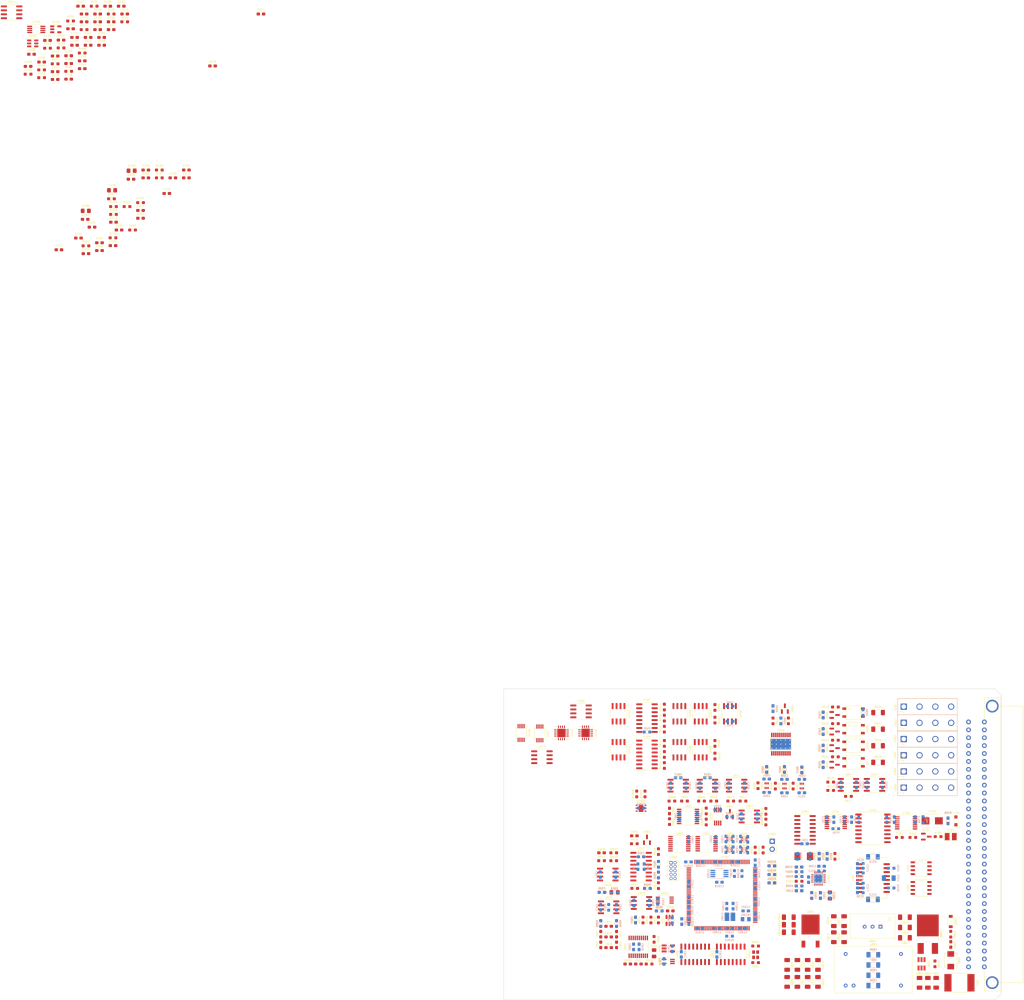
<source format=kicad_pcb>
(kicad_pcb (version 20211014) (generator pcbnew)
  (layers (0 "F.Cu" signal) (1 "In1.Cu" signal) (2 "In2.Cu" signal) (31 "B.Cu" signal) (34 "B.Paste" user) (35 "F.Paste" user) (36 "B.SilkS" user "B.Silkscreen") (37 "F.SilkS" user "F.Silkscreen") (38 "B.Mask" user) (39 "F.Mask" user) (44 "Edge.Cuts" user))
  (net 0 "")
  (net 1 "Net-(C201-Pad1)")
  (net 2 "GND")
  (net 3 "+3.3V")
  (net 4 "Net-(C203-Pad1)")
  (net 5 "Net-(C204-Pad1)")
  (net 6 "VCCQ")
  (net 7 "Earth")
  (net 8 "Net-(C214-Pad1)")
  (net 9 "+5V")
  (net 10 "-15V")
  (net 11 "+15V")
  (net 12 "Net-(C406-Pad1)")
  (net 13 "/Measure/MEAS_2.5VREF")
  (net 14 "Net-(C415-Pad1)")
  (net 15 "Net-(C420-Pad1)")
  (net 16 "Net-(C416-Pad1)")
  (net 17 "+5VREF")
  (net 18 "+3V3")
  (net 19 "+5V_TRIG")
  (net 20 "GND_TRIG")
  (net 21 "/Connect/EXT_TRIG")
  (net 22 "Net-(C709-Pad2)")
  (net 23 "VPP")
  (net 24 "Net-(C433-Pad2)")
  (net 25 "Net-(C450-Pad1)")
  (net 26 "Net-(C451-Pad1)")
  (net 27 "Net-(C452-Pad1)")
  (net 28 "Net-(C453-Pad1)")
  (net 29 "/Frontend/FILTER_LIM")
  (net 30 "/Frontend/SENS-_LIM")
  (net 31 "+2V5PWR")
  (net 32 "Net-(C623-Pad1)")
  (net 33 "Net-(C620-Pad1)")
  (net 34 "/Source/V_OFFS")
  (net 35 "Net-(C621-Pad1)")
  (net 36 "Net-(C622-Pad1)")
  (net 37 "Net-(C1003-Pad1)")
  (net 38 "Net-(C1005-Pad1)")
  (net 39 "Net-(C1006-Pad1)")
  (net 40 "Net-(C1008-Pad1)")
  (net 41 "/MCU/MCU_VDDA")
  (net 42 "/MCU/NRST")
  (net 43 "Net-(D201-Pad1)")
  (net 44 "Net-(D201-Pad2)")
  (net 45 "Net-(D202-Pad1)")
  (net 46 "Net-(D202-Pad2)")
  (net 47 "/Frontend/nTDS")
  (net 48 "Net-(D601-Pad2)")
  (net 49 "/Frontend/nISNK")
  (net 50 "Net-(D602-Pad2)")
  (net 51 "/Frontend/nISRC")
  (net 52 "Net-(D603-Pad2)")
  (net 53 "Net-(D701-Pad2)")
  (net 54 "Net-(D701-Pad3)")
  (net 55 "Net-(D801-Pad1)")
  (net 56 "Net-(D802-Pad2)")
  (net 57 "Net-(D803-Pad2)")
  (net 58 "Net-(D1001-Pad1)")
  (net 59 "Net-(D1002-Pad1)")
  (net 60 "Net-(D1003-Pad1)")
  (net 61 "+24V")
  (net 68 "/Connect/RX-")
  (net 69 "/Connect/RX+")
  (net 80 "/Connect/F")
  (net 81 "/Connect/E")
  (net 82 "/Connect/D")
  (net 83 "/Connect/B")
  (net 84 "/Connect/C")
  (net 85 "/Connect/A")
  (net 93 "/Connect/TX-")
  (net 94 "/Connect/TX+")
  (net 106 "/MCU/MCU_DEFAULT")
  (net 107 "/MCU/TMS_SWDIO")
  (net 108 "/MCU/TCK_SWCLK")
  (net 113 "Net-(K301-Pad3)")
  (net 114 "Net-(C931-Pad1)")
  (net 115 "Net-(K302-Pad3)")
  (net 116 "Net-(K303-Pad3)")
  (net 117 "Net-(K304-Pad3)")
  (net 118 "Net-(K305-Pad3)")
  (net 119 "Net-(L201-Pad16)")
  (net 120 "Net-(L201-Pad15)")
  (net 121 "Net-(L201-Pad14)")
  (net 122 "Net-(L201-Pad11)")
  (net 123 "Net-(L201-Pad10)")
  (net 124 "Net-(L201-Pad9)")
  (net 125 "/Ethernet/ETH_RXN")
  (net 126 "/Ethernet/ETH_RXP")
  (net 127 "/Ethernet/ETH_TXN")
  (net 128 "/Ethernet/ETH_TXP")
  (net 129 "Net-(L701-Pad2)")
  (net 130 "Net-(Q801-Pad1)")
  (net 131 "Net-(Q901-Pad1)")
  (net 132 "/Ethernet/MODE0")
  (net 133 "/Ethernet/RMII_RXD0")
  (net 134 "/Ethernet/MODE1")
  (net 135 "/Ethernet/RMII_RXD1")
  (net 136 "Net-(R203-Pad1)")
  (net 137 "/Ethernet/MODE2")
  (net 138 "/Ethernet/RMII_CRS_DV")
  (net 139 "/Ethernet/REFCLK0")
  (net 140 "/Ethernet/REF_CLK")
  (net 141 "/Ethernet/MDIO")
  (net 142 "Net-(R212-Pad2)")
  (net 143 "Net-(R401-Pad1)")
  (net 144 "/Measure/CAP1")
  (net 145 "Net-(R403-Pad1)")
  (net 146 "/Measure/CAP2")
  (net 147 "+4V")
  (net 148 "Net-(R406-Pad1)")
  (net 149 "Net-(R407-Pad1)")
  (net 150 "Net-(R408-Pad1)")
  (net 151 "Net-(R409-Pad1)")
  (net 152 "Net-(R410-Pad1)")
  (net 153 "Net-(R411-Pad2)")
  (net 154 "/Source/SOUR_2V5")
  (net 155 "/Connect/VOUT_OUT")
  (net 156 "Net-(R414-Pad2)")
  (net 157 "/Connect/GUARD")
  (net 158 "Net-(R419-Pad2)")
  (net 159 "Net-(R420-Pad2)")
  (net 160 "/Connect/VOLT_MEAS_SENS")
  (net 161 "Net-(R501-Pad1)")
  (net 162 "Net-(R604-Pad1)")
  (net 163 "/Frontend/VC_-IN")
  (net 164 "Net-(K306-Pad3)")
  (net 165 "/Frontend/VC_+IN")
  (net 166 "Net-(R606-Pad2)")
  (net 167 "/Frontend/CURR_SENS_1R")
  (net 168 "/Frontend/CURR_SENS_10R")
  (net 169 "Net-(R609-Pad1)")
  (net 170 "/Frontend/CURR_SENS_100R")
  (net 171 "/Frontend/CURR_SENS_1kR")
  (net 172 "Net-(C931-Pad2)")
  (net 173 "Net-(R610-Pad2)")
  (net 174 "Net-(R613-Pad1)")
  (net 175 "/Frontend/SENS+_LIM")
  (net 176 "Net-(R701-Pad2)")
  (net 177 "/Trigger/EXT_TRIG_SIGN")
  (net 178 "Net-(R702-Pad2)")
  (net 179 "Net-(R801-Pad2)")
  (net 180 "Net-(R617-Pad1)")
  (net 181 "/Source/VOUTA")
  (net 182 "Net-(R407-Pad2)")
  (net 183 "Net-(R628-Pad1)")
  (net 184 "/Frontend/VOUT_OFFSET")
  (net 185 "Net-(R903-Pad1)")
  (net 186 "Net-(R903-Pad2)")
  (net 187 "Net-(R911-Pad2)")
  (net 188 "Net-(R921-Pad1)")
  (net 189 "+1V25")
  (net 190 "/MCU/LED_BLUE")
  (net 191 "/MCU/LED_RED")
  (net 192 "/MCU/SENS_SCL")
  (net 193 "/MCU/LED_GREEN")
  (net 194 "/MCU/SENS_SDA")
  (net 195 "/MCU/EEPROM_SDA")
  (net 196 "/MCU/EEPROM_SCL")
  (net 197 "Net-(R1009-Pad1)")
  (net 198 "/Ethernet/RMII_MDC")
  (net 199 "/Ethernet/RMII_TXEN")
  (net 200 "/Ethernet/RMII_TXD0")
  (net 201 "/Ethernet/RMII_TXD1")
  (net 210 "/Connect/CXN_REL5")
  (net 211 "/Connect/CXN_REL4")
  (net 212 "/Connect/CXN_REL3")
  (net 213 "/Connect/CXN_REL2")
  (net 214 "/Connect/CXN_REL1")
  (net 215 "Net-(R411-Pad1)")
  (net 218 "Net-(R412-Pad2)")
  (net 219 "Net-(R414-Pad1)")
  (net 220 "Net-(R415-Pad2)")
  (net 221 "Net-(R417-Pad2)")
  (net 222 "/Measure/ADC2_VOLT")
  (net 223 "/Measure/ADC2_CURR")
  (net 224 "Net-(R422-Pad2)")
  (net 225 "/Measure/ADC1_VOLT")
  (net 226 "/Measure/ADC1_CURR")
  (net 227 "Net-(R425-Pad2)")
  (net 228 "Net-(R426-Pad2)")
  (net 229 "Net-(R429-Pad2)")
  (net 230 "Net-(R430-Pad2)")
  (net 231 "Net-(R431-Pad2)")
  (net 232 "/MCU/SPI1_MISO")
  (net 233 "/MCU/SPI4_NSS")
  (net 234 "Net-(R433-Pad2)")
  (net 235 "Net-(R605-Pad1)")
  (net 236 "Net-(R607-Pad2)")
  (net 237 "Net-(R622-Pad2)")
  (net 238 "/Frontend/MCU_CURR_SENS_1R")
  (net 239 "/Frontend/MCU_CURR_SENS_10R")
  (net 240 "Net-(R616-Pad2)")
  (net 241 "Net-(R617-Pad2)")
  (net 242 "Net-(R618-Pad2)")
  (net 243 "Net-(R619-Pad2)")
  (net 244 "Net-(R623-Pad1)")
  (net 245 "Net-(R620-Pad2)")
  (net 246 "/Control/V_G10")
  (net 247 "/Control/V_G100")
  (net 248 "/Control/V_AZ")
  (net 249 "/Control/C_G1")
  (net 250 "/Control/C_G10")
  (net 251 "/Control/C_G100")
  (net 252 "/Control/C_AZ")
  (net 253 "Net-(U501-Pad9)")
  (net 254 "Net-(U501-Pad11)")
  (net 255 "Net-(U501-Pad12)")
  (net 256 "Net-(U501-Pad14)")
  (net 257 "/Control/V_G1")
  (net 258 "/Control/VMEAS_SEL")
  (net 259 "/Control/SING_SEL")
  (net 260 "/Control/ATT_A0")
  (net 261 "/Control/ATT_A1")
  (net 262 "/Control/DDS_LPF")
  (net 263 "Net-(R621-Pad2)")
  (net 265 "Net-(U502-Pad9)")
  (net 266 "/Control/MCU_ENA")
  (net 267 "Net-(R629-Pad1)")
  (net 268 "Net-(C903-Pad1)")
  (net 269 "/Frontend/MCU_CURR_SENS_100R")
  (net 270 "/Frontend/MCU_CURR_SENS_1kR")
  (net 271 "Net-(U602-Pad1)")
  (net 272 "/Frontend/FGEN")
  (net 273 "/Frontend/MCU_nTDS")
  (net 274 "/Frontend/MCU_nISNK")
  (net 275 "/Frontend/VC_SINK")
  (net 276 "/Frontend/VC_SRC")
  (net 277 "/Frontend/MCU_nISRC")
  (net 278 "/Frontend/CURR_MEAS")
  (net 279 "/MCU/TRIG_EN")
  (net 280 "/MCU/TRIG_OUT")
  (net 281 "/MCU/TRIG_IN")
  (net 286 "Net-(U701-Pad11)")
  (net 287 "Net-(U701-Pad12)")
  (net 288 "Net-(U701-Pad13)")
  (net 292 "/Trigger/TRIG_OUT_SIGN")
  (net 293 "/Trigger/TRIG_OUT_EN")
  (net 295 "Net-(C921-Pad2)")
  (net 296 "/Connect/CXN_REL6")
  (net 297 "Net-(U402-Pad11)")
  (net 298 "Net-(R914-Pad2)")
  (net 299 "Net-(U402-Pad6)")
  (net 304 "Net-(U404-Pad11)")
  (net 305 "Net-(U404-Pad6)")
  (net 309 "/Source/VOUTB")
  (net 311 "Net-(U407-Pad1)")
  (net 312 "Net-(U408-Pad1)")
  (net 313 "/Source/MCLK")
  (net 314 "Net-(R916-Pad2)")
  (net 319 "Net-(R922-Pad1)")
  (net 320 "Net-(R923-Pad2)")
  (net 321 "Net-(R924-Pad2)")
  (net 322 "Net-(R926-Pad1)")
  (net 338 "/Measure/ADC_SEL")
  (net 354 "/MCU/SPI1_MOSI")
  (net 355 "/MCU/SPI1_NSS")
  (net 356 "/MCU/SPI1_SCK")
  (net 363 "/MCU/EEPROM_WP")
  (net 367 "/MCU/ADC1_RVS1")
  (net 369 "/MCU/ADC1_RVS2")
  (net 370 "Net-(U417-Pad7)")
  (net 371 "/MCU/SPI4_SCK")
  (net 372 "/MCU/SPI4_MISO")
  (net 376 "/Control/SR_DAT")
  (net 377 "/Control/SR_CLK")
  (net 378 "/Control/SR_LAT")
  (net 379 "/Control/SR_OUT")
  (net 387 "/MCU/DDS_DIV2")
  (net 388 "/MCU/DDS_DIV4")
  (net 392 "/MCU/DDS_DIV8")
  (net 393 "/MCU/SPI3_MOSI")
  (net 394 "/MCU/SPI3_SCK")
  (net 395 "/MCU/SPI3_NSS")
  (net 396 "/MCU/SPI2_NSS")
  (net 400 "/MCU/SPI2_SCK")
  (net 401 "/MCU/SPI2_MOSI")
  (net 402 "/MCU/DAC1_~{RST}")
  (net 406 "/MCU/DAC1_LDAC")
  (net 407 "/MCU/~{DDS_DIV10}")
  (net 408 "/MCU/DAC2_~{LDAC}")
  (net 410 "/MCU/SPI5_NSS")
  (net 411 "Net-(R927-Pad1)")
  (net 412 "Net-(C929-Pad2)")
  (net 413 "/MCU/SPI5_SCK")
  (net 414 "Net-(C930-Pad2)")
  (net 415 "Net-(C932-Pad2)")
  (net 416 "Net-(C933-Pad2)")
  (net 417 "Net-(R902-Pad2)")
  (net 418 "Net-(R906-Pad1)")
  (net 422 "Net-(R907-Pad2)")
  (net 423 "Net-(U904-Pad2)")
  (net 424 "Net-(U906-Pad2)")
  (net 425 "/MCU/SPI5_MOSI")
  (net 426 "/MCU/SPI4_MOSI")
  (net 427 "/MCU/SPI5_MISO")
  (net 428 "/MCU/SPI2_MISO")
  (net 429 "/MCU/SPI3_MISO")
  (net 430 "Net-(R627-Pad1)")
  (net 431 "Net-(R907-Pad1)")
  (net 435 "Net-(R910-Pad2)")
  (net 436 "Net-(R928-Pad1)")
  (net 437 "Net-(R929-Pad2)")
  (net 442 "Net-(U903-Pad15)")
  (net 447 "Net-(U903-Pad9)")
  (net 448 "Net-(U905-Pad6)")
  (net 453 "Net-(U912-Pad10)")
  (net 457 "Net-(C932-Pad1)")
  (net 458 "Net-(C934-Pad2)")
  (net 459 "Net-(C937-Pad1)")
  (net 460 "Net-(C927-Pad2)")
  (net 461 "Net-(C929-Pad1)")
  (net 462 "Net-(C933-Pad1)")
  (net 463 "Net-(C935-Pad1)")
  (net 464 "Net-(C935-Pad2)")
  (net 465 "Net-(C938-Pad1)")
  (footprint "Capacitor_SMD:C_0603_1608Metric_Pad1.08x0.95mm_HandSolder" (layer "F.Cu") (at -38.291 -119.269)
    (fp_text reference "C410")
    (fp_text value "1u")
  )
  (footprint "Capacitor_SMD:C_0603_1608Metric_Pad1.08x0.95mm_HandSolder" (layer "F.Cu") (at -74.196 -155.924)
    (fp_text reference "C449")
    (fp_text value "100n")
  )
  (footprint "Capacitor_SMD:C_0603_1608Metric_Pad1.08x0.95mm_HandSolder" (layer "F.Cu") (at -8.026 -176.964)
    (fp_text reference "C617")
    (fp_text value "100n")
  )
  (footprint "Resistor_SMD:R_0603_1608Metric_Pad0.98x0.95mm_HandSolder" (layer "F.Cu") (at 123.317 82.677 90)
    (fp_text reference "R901")
    (fp_text value "0")
  )
  (footprint "Capacitor_SMD:C_0603_1608Metric_Pad1.08x0.95mm_HandSolder" (layer "F.Cu") (at -64.886 -174.454)
    (fp_text reference "C441")
    (fp_text value "100n")
  )
  (footprint "Package_TO_SOT_SMD:SOT-563" (layer "F.Cu") (at 154.559 71.12 -90)
    (fp_text reference "U604")
    (fp_text value "SN74LVC1T45DRLR")
  )
  (footprint "ETH1CSMU2:CW252016" (layer "F.Cu") (at 213.741 87.503 180)
    (fp_text reference "L701")
    (fp_text value "CW252016-R33G")
  )
  (footprint "Resistor_SMD:R_0603_1608Metric_Pad0.98x0.95mm_HandSolder" (layer "F.Cu") (at 119.761 99.822 90)
    (fp_text reference "R924")
    (fp_text value "68")
  )
  (footprint "Capacitor_SMD:C_0603_1608Metric_Pad1.08x0.95mm_HandSolder" (layer "F.Cu") (at -56.186 -174.454)
    (fp_text reference "C428")
    (fp_text value "100n")
  )
  (footprint "Resistor_SMD:R_0603_1608Metric_Pad0.98x0.95mm_HandSolder" (layer "F.Cu") (at 124.079 76.073 180)
    (fp_text reference "R608")
    (fp_text value "10k2/.1%")
  )
  (footprint "Capacitor_SMD:C_1206_3216Metric_Pad1.33x1.80mm_HandSolder" (layer "F.Cu") (at 199.009 120.015)
    (fp_text reference "C804")
    (fp_text value "10u/50V")
  )
  (footprint "Resistor_SMD:R_0603_1608Metric_Pad0.98x0.95mm_HandSolder" (layer "F.Cu") (at 175.133 69.977 180)
    (fp_text reference "R623")
    (fp_text value "0")
  )
  (footprint "Resistor_SMD:R_0603_1608Metric_Pad0.98x0.95mm_HandSolder" (layer "F.Cu") (at 159.131 50.292 -90)
    (fp_text reference "R630")
    (fp_text value "0")
  )
  (footprint "Package_TO_SOT_SMD:SOT-563" (layer "F.Cu") (at 142.621 88.265)
    (fp_text reference "U503")
    (fp_text value "SN74LVC1T45DRLR")
  )
  (footprint "ETH1CSMU2:HE360_x-5050462-8" (layer "F.Cu") (at 206.248 61.341)
    (fp_text reference "K304")
    (fp_text value "HE3621A0510")
  )
  (footprint "Capacitor_SMD:C_0603_1608Metric_Pad1.08x0.95mm_HandSolder" (layer "F.Cu") (at -45.051 -126.799)
    (fp_text reference "C419")
    (fp_text value "100n")
  )
  (footprint "Package_SO:MSOP-8_3x3mm_P0.65mm" (layer "F.Cu") (at 138.811 81.026 90)
    (fp_text reference "U905")
    (fp_text value "MAX5217GUA+")
  )
  (footprint "Resistor_SMD:R_0603_1608Metric_Pad0.98x0.95mm_HandSolder" (layer "F.Cu") (at 164.973 98.806 180)
    (fp_text reference "R202")
    (fp_text value "33")
  )
  (footprint "Capacitor_SMD:C_1206_3216Metric_Pad1.33x1.80mm_HandSolder" (layer "F.Cu") (at 179.451 114.681 90)
    (fp_text reference "C822")
    (fp_text value "1u")
  )
  (footprint "Package_TO_SOT_SMD:SOT-23-6_Handsoldering" (layer "F.Cu") (at 204.343 128.397 -90)
    (fp_text reference "U801")
    (fp_text value "MAX5902ACEUT")
  )
  (footprint "LED_SMD:LED_0603_1608Metric_Pad1.05x0.95mm_HandSolder" (layer "F.Cu") (at 156.21 102.362 180)
    (fp_text reference "D1001")
    (fp_text value "BLUE")
  )
  (footprint "Resistor_SMD:R_0603_1608Metric_Pad0.98x0.95mm_HandSolder" (layer "F.Cu") (at -40.701 -124.289)
    (fp_text reference "R424")
    (fp_text value "0")
  )
  (footprint "Resistor_SMD:R_0603_1608Metric_Pad0.98x0.95mm_HandSolder" (layer "F.Cu") (at 112.141 104.14)
    (fp_text reference "R921")
    (fp_text value "220")
  )
  (footprint "Inductor_SMD:L_0603_1608Metric_Pad1.05x0.95mm_HandSolder" (layer "F.Cu") (at 101.219 118.872 90)
    (fp_text reference "L904")
    (fp_text value "CBMF1608T100K")
  )
  (footprint "Resistor_SMD:R_0603_1608Metric_Pad0.98x0.95mm_HandSolder" (layer "F.Cu") (at 121.666 57.531 -90)
    (fp_text reference "R414")
    (fp_text value "180k/0.05%")
  )
  (footprint "Capacitor_SMD:C_0603_1608Metric_Pad1.08x0.95mm_HandSolder" (layer "F.Cu") (at -64.541 -110.949)
    (fp_text reference "C405")
    (fp_text value "100n")
  )
  (footprint "Capacitor_SMD:C_0603_1608Metric_Pad1.08x0.95mm_HandSolder" (layer "F.Cu") (at -53.651 -107.519)
    (fp_text reference "C421")
    (fp_text value "1u")
  )
  (footprint "Package_SO:SOIC-8_3.9x4.9mm_P1.27mm" (layer "F.Cu") (at 103.759 110.236)
    (fp_text reference "U910")
    (fp_text value "LM7171BIM")
  )
  (footprint "Capacitor_SMD:C_0603_1608Metric_Pad1.08x0.95mm_HandSolder" (layer "F.Cu") (at -63.596 -169.434)
    (fp_text reference "C454")
    (fp_text value "1u")
  )
  (footprint "Resistor_SMD:R_0603_1608Metric_Pad0.98x0.95mm_HandSolder" (layer "F.Cu") (at 172.72 48.387 90)
    (fp_text reference "R612")
    (fp_text value "10k")
  )
  (footprint "Capacitor_SMD:C_0603_1608Metric_Pad1.08x0.95mm_HandSolder" (layer "F.Cu") (at 123.571 111.379)
    (fp_text reference "C936")
    (fp_text value "1u")
  )
  (footprint "Package_TO_SOT_SMD:SOT-563" (layer "F.Cu") (at 147.32 88.265)
    (fp_text reference "U505")
    (fp_text value "SN74LVC1T45DRLR")
  )
  (footprint "Resistor_SMD:R_0603_1608Metric_Pad0.98x0.95mm_HandSolder" (layer "F.Cu") (at 157.353 71.247 90)
    (fp_text reference "R609")
    (fp_text value "1k")
  )
  (footprint "Capacitor_SMD:C_0603_1608Metric_Pad1.08x0.95mm_HandSolder" (layer "F.Cu") (at -59.941 -100.909)
    (fp_text reference "C426")
    (fp_text value "100n")
  )
  (footprint "Resistor_SMD:R_0603_1608Metric_Pad0.98x0.95mm_HandSolder" (layer "F.Cu") (at 128.143 76.073 180)
    (fp_text reference "R607")
    (fp_text value "3k4/.1%")
  )
  (footprint "ETH1CSMU2:TSR2" (layer "F.Cu") (at 188.595 116.459 180)
    (fp_text reference "U803")
    (fp_text value "TSR2-2450")
  )
  (footprint "Package_SO:SOIC-16_3.9x9.9mm_P1.27mm" (layer "F.Cu") (at 116.078 61.087)
    (fp_text reference "U404")
    (fp_text value "DG444DY+")
  )
  (footprint "Connector_PinHeader_2.54mm:PinHeader_1x02_P2.54mm_Vertical" (layer "F.Cu") (at 156.337 89.022)
    (fp_text reference "J1001")
    (fp_text value "Conn_02x01")
  )
  (footprint "Capacitor_SMD:C_1206_3216Metric_Pad1.33x1.80mm_HandSolder" (layer "F.Cu") (at 161.671 115.824 180)
    (fp_text reference "C823")
    (fp_text value "10u")
  )
  (footprint "Capacitor_SMD:C_0603_1608Metric_Pad1.08x0.95mm_HandSolder" (layer "F.Cu") (at 171.831 106.426 -90)
    (fp_text reference "C210")
    (fp_text value "100n")
  )
  (footprint "Resistor_SMD:R_0603_1608Metric_Pad0.98x0.95mm_HandSolder" (layer "F.Cu") (at 156.591 46.355 -90)
    (fp_text reference "R611")
    (fp_text value "100")
  )
  (footprint "Resistor_SMD:R_0603_1608Metric_Pad0.98x0.95mm_HandSolder" (layer "F.Cu") (at 154.305 79.375 90)
    (fp_text reference "R910")
    (fp_text value "1k")
  )
  (footprint "Resistor_SMD:R_0603_1608Metric_Pad0.98x0.95mm_HandSolder" (layer "F.Cu") (at 121.666 45.847 -90)
    (fp_text reference "R411")
    (fp_text value "180k/0.05%")
  )
  (footprint "Capacitor_SMD:C_1206_3216Metric_Pad1.33x1.80mm_HandSolder" (layer "F.Cu") (at 164.43 128.744 90)
    (fp_text reference "C818")
    (fp_text value "1u")
  )
  (footprint "Package_TO_SOT_SMD:SOT-23" (layer "F.Cu") (at 116.078 88.519 90)
    (fp_text reference "Q901")
    (fp_text value "FDV301N")
  )
  (footprint "Package_TO_SOT_SMD:SOT-563" (layer "F.Cu") (at 147.32 91.694)
    (fp_text reference "U506")
    (fp_text value "SN74LVC1T45DRLR")
  )
  (footprint "Capacitor_SMD:C_0603_1608Metric_Pad1.08x0.95mm_HandSolder" (layer "F.Cu") (at -60.536 -176.964)
    (fp_text reference "C445")
    (fp_text value "100n")
  )
  (footprint "Capacitor_SMD:C_0603_1608Metric_Pad1.08x0.95mm_HandSolder" (layer "F.Cu") (at -81.796 -164.024)
    (fp_text reference "C418")
    (fp_text value "100n")
  )
  (footprint "Resistor_SMD:R_0603_1608Metric_Pad0.98x0.95mm_HandSolder" (layer "F.Cu") (at 176.498 93.8295 90)
    (fp_text reference "R211")
    (fp_text value "10k")
  )
  (footprint "Package_DFN_QFN:QFN-16-1EP_4x4mm_P0.65mm_EP2.7x2.7mm" (layer "F.Cu") (at 88.5885 54.183 -90)
    (fp_text reference "U415")
    (fp_text value "ADS8681IRUMT")
  )
  (footprint "Package_SO:HTSSOP-20-1EP_4.4x6.5mm_P0.65mm_EP3.4x6.5mm_ThermalVias" (layer "F.Cu") (at 159.131 57.785 -90)
    (fp_text reference "U606")
    (fp_text value "LT1970ACFE")
  )
  (footprint "Capacitor_SMD:C_0603_1608Metric_Pad1.08x0.95mm_HandSolder" (layer "F.Cu") (at -72.296 -168.574)
    (fp_text reference "C452")
    (fp_text value "2n7")
  )
  (footprint "Capacitor_SMD:C_0603_1608Metric_Pad1.08x0.95mm_HandSolder" (layer "F.Cu") (at -78.546 -161.514)
    (fp_text reference "C435")
    (fp_text value "100n")
  )
  (footprint "ETH1CSMU2:AQY212GS" (layer "F.Cu") (at 182.499 58.293 -90)
    (fp_text reference "U610")
    (fp_text value "AQY212G2SX")
  )
  (footprint "Resistor_SMD:R_0603_1608Metric_Pad0.98x0.95mm_HandSolder" (layer "F.Cu") (at 201.549 87.757)
    (fp_text reference "R703")
    (fp_text value "100")
  )
  (footprint "Package_SO:SOIC-8_3.9x4.9mm_P1.27mm" (layer "F.Cu") (at 189.23 70.866 180)
    (fp_text reference "U612")
    (fp_text value "LM7171BIM")
  )
  (footprint "Capacitor_SMD:C_0603_1608Metric_Pad1.08x0.95mm_HandSolder" (layer "F.Cu") (at -59.246 -166.924)
    (fp_text reference "C446")
    (fp_text value "100n")
  )
  (footprint "Package_SO:TSSOP-14_4.4x5mm_P0.65mm" (layer "F.Cu") (at 199.39 83.058)
    (fp_text reference "U703")
    (fp_text value "74AC125")
  )
  (footprint "Package_TO_SOT_SMD:SOT-563" (layer "F.Cu") (at 165.862 71.247 -90)
    (fp_text reference "U603")
    (fp_text value "SN74LVC1T45DRLR")
  )
  (footprint "Package_SO:SOIC-8_3.9x4.9mm_P1.27mm" (layer "F.Cu") (at 82.296 61.976)
    (fp_text reference "U413")
    (fp_text value "OPA141AID")
  )
  (footprint "ETH1CSMU2:HE360_x-5050462-8" (layer "F.Cu") (at 206.248 66.548)
    (fp_text reference "K305")
    (fp_text value "HE3621A0510")
  )
  (footprint "Package_TO_SOT_SMD:SOT-563" (layer "F.Cu") (at 160.274 71.247 -90)
    (fp_text reference "U605")
    (fp_text value "SN74LVC1T45DRLR")
  )
  (footprint "ETH1CSMU2:HE360_x-5050462-8" (layer "F.Cu") (at 206.248 50.927)
    (fp_text reference "K302")
    (fp_text value "HE3621A0510")
  )
  (footprint "Capacitor_SMD:C_1206_3216Metric_Pad1.33x1.80mm_HandSolder" (layer "F.Cu") (at 171.043 134.205 90)
    (fp_text reference "C811")
    (fp_text value "22u")
  )
  (footprint "Capacitor_SMD:C_1206_3216Metric_Pad1.33x1.80mm_HandSolder" (layer "F.Cu") (at 176.149 114.681 90)
    (fp_text reference "C819")
    (fp_text value "1u")
  )
  (footprint "Capacitor_SMD:C_0603_1608Metric_Pad1.08x0.95mm_HandSolder" (layer "F.Cu") (at 101.473 92.71 180)
    (fp_text reference "C938")
    (fp_text value "1p")
  )
  (footprint "Resistor_SMD:R_0603_1608Metric_Pad0.98x0.95mm_HandSolder" (layer "F.Cu") (at 117.348 114.3 90)
    (fp_text reference "R929")
    (fp_text value "26k1")
  )
  (footprint "Capacitor_SMD:C_1206_3216Metric_Pad1.33x1.80mm_HandSolder" (layer "F.Cu") (at 176.149 119.8495 -90)
    (fp_text reference "C813")
    (fp_text value "22u")
  )
  (footprint "Resistor_SMD:R_0603_1608Metric_Pad0.98x0.95mm_HandSolder" (layer "F.Cu") (at 180.848 74.549 180)
    (fp_text reference "R617")
    (fp_text value "11k/.1%")
  )
  (footprint "Diode_SMD:D_SMB" (layer "F.Cu") (at 207.772 82.423)
    (fp_text reference "D702")
    (fp_text value "SMBJ5.0A")
  )
  (footprint "Capacitor_SMD:C_0603_1608Metric_Pad1.08x0.95mm_HandSolder" (layer "F.Cu") (at -36.351 -124.289)
    (fp_text reference "C429")
    (fp_text value "100n")
  )
  (footprint "Package_DFN_QFN:QFN-16-1EP_4x4mm_P0.65mm_EP2.7x2.7mm" (layer "F.Cu") (at 96.3355 54.143 -90)
    (fp_text reference "U416")
    (fp_text value "ADS8681IRUMT")
  )
  (footprint "ETH1CSMU2:Socket_DIN41612-CaseC1-AC-Male-64Pin-2rows" (layer "F.Cu") (at 222 90 90)
    (fp_text reference "J301" hide)
    (fp_text value "C64AC")
  )
  (footprint "Capacitor_SMD:C_1206_3216Metric_Pad1.33x1.80mm_HandSolder" (layer "F.Cu") (at 199.009 116.713)
    (fp_text reference "C805")
    (fp_text value "4u7/50V")
  )
  (footprint "Resistor_SMD:R_0603_1608Metric_Pad0.98x0.95mm_HandSolder" (layer "F.Cu") (at 137.922 45.974 90)
    (fp_text reference "R409")
    (fp_text value "0")
  )
  (footprint "Resistor_SMD:R_0603_1608Metric_Pad0.98x0.95mm_HandSolder" (layer "F.Cu") (at 151.003 128.016)
    (fp_text reference "R903")
    (fp_text value "68")
  )
  (footprint "Package_SO:MSOP-10_3x3mm_P0.5mm" (layer "F.Cu") (at 121.793 107.95)
    (fp_text reference "U913")
    (fp_text value "AD5322ARMZ")
  )
  (footprint "Capacitor_SMD:C_0603_1608Metric_Pad1.08x0.95mm_HandSolder" (layer "F.Cu") (at -82.896 -160.124)
    (fp_text reference "C436")
    (fp_text value "100n")
  )
  (footprint "Capacitor_SMD:C_0603_1608Metric_Pad1.08x0.95mm_HandSolder" (layer "F.Cu") (at 164.973 97.282 180)
    (fp_text reference "C203")
    (fp_text value "470p")
  )
  (footprint "Resistor_SMD:R_0603_1608Metric_Pad0.98x0.95mm_HandSolder" (layer "F.Cu") (at -51.091 -115.049)
    (fp_text reference "R432")
    (fp_text value "10k")
  )
  (footprint "Package_SO:SOIC-16_3.9x9.9mm_P1.27mm" (layer "F.Cu") (at 114.173 97.155)
    (fp_text reference "U912")
    (fp_text value "DG409DY+")
  )
  (footprint "LED_SMD:LED_0603_1608Metric_Pad1.05x0.95mm_HandSolder" (layer "F.Cu") (at 160.274 65.913 90)
    (fp_text reference "D602")
    (fp_text value "RED")
  )
  (footprint "LED_SMD:LED_0603_1608Metric_Pad1.05x0.95mm_HandSolder" (layer "F.Cu") (at 171.45 93.8295 -90)
    (fp_text reference "D202")
    (fp_text value "GREEN")
  )
  (footprint "LED_SMD:LED_0603_1608Metric_Pad1.05x0.95mm_HandSolder" (layer "F.Cu") (at 156.21 99.695 180)
    (fp_text reference "D1002")
    (fp_text value "RED")
  )
  (footprint "Capacitor_SMD:C_0603_1608Metric_Pad1.08x0.95mm_HandSolder" (layer "F.Cu") (at -45.051 -124.289)
    (fp_text reference "C450")
    (fp_text value "330p")
  )
  (footprint "Resistor_SMD:R_0603_1608Metric_Pad0.98x0.95mm_HandSolder" (layer "F.Cu") (at 164.973 103.378 180)
    (fp_text reference "R204")
    (fp_text value "33")
  )
  (footprint "Capacitor_SMD:C_0603_1608Metric_Pad1.08x0.95mm_HandSolder" (layer "F.Cu") (at -59.941 -103.419)
    (fp_text reference "C407")
    (fp_text value "100n")
  )
  (footprint "Capacitor_SMD:C_0603_1608Metric_Pad1.08x0.95mm_HandSolder" (layer "F.Cu") (at -64.886 -176.964)
    (fp_text reference "C440")
    (fp_text value "100n")
  )
  (footprint "Resistor_SMD:R_0603_1608Metric_Pad0.98x0.95mm_HandSolder" (layer "F.Cu") (at -74.196 -160.944)
    (fp_text reference "R427")
    (fp_text value "20")
  )
  (footprint "ETH1CSMU2:AQY212GS" (layer "F.Cu") (at 182.499 63.627 -90)
    (fp_text reference "U611")
    (fp_text value "AQY212G2SX")
  )
  (footprint "Capacitor_SMD:C_1206_3216Metric_Pad1.33x1.80mm_HandSolder" (layer "F.Cu") (at 161.137 128.744 90)
    (fp_text reference "C821")
    (fp_text value "1u")
  )
  (footprint "Inductor_SMD:L_0603_1608Metric_Pad1.05x0.95mm_HandSolder" (layer "F.Cu") (at 106.299 118.872 90)
    (fp_text reference "L903")
    (fp_text value "CBMF1608T100K")
  )
  (footprint "Resistor_SMD:R_0603_1608Metric_Pad0.98x0.95mm_HandSolder" (layer "F.Cu") (at 137.922 50.038 90)
    (fp_text reference "R407")
    (fp_text value "100k")
  )
  (footprint "Package_SO:SOIC-8_3.9x4.9mm_P1.27mm" (layer "F.Cu") (at 94.869 47.244)
    (fp_text reference "U403")
    (fp_text value "REF5040ID")
  )
  (footprint "Capacitor_SMD:C_0603_1608Metric_Pad1.08x0.95mm_HandSolder" (layer "F.Cu") (at -76.646 -168.474)
    (fp_text reference "C437")
    (fp_text value "100n")
  )
  (footprint "ETH1CSMU2:HE360_x-5050462-8" (layer "F.Cu") (at 206.248 45.72)
    (fp_text reference "K301")
    (fp_text value "HE3621A0510")
  )
  (footprint "Capacitor_SMD:C_0603_1608Metric_Pad1.08x0.95mm_HandSolder" (layer "F.Cu") (at -46.741 -111.299)
    (fp_text reference "C403")
    (fp_text value "1u")
  )
  (footprint "Resistor_SMD:R_0603_1608Metric_Pad0.98x0.95mm_HandSolder" (layer "F.Cu") (at -65.496 -164.414)
    (fp_text reference "R406")
    (fp_text value "82k")
  )
  (footprint "Capacitor_SMD:C_0603_1608Metric_Pad1.08x0.95mm_HandSolder" (layer "F.Cu") (at -62.351 -108.439)
    (fp_text reference "C425")
    (fp_text value "100n")
  )
  (footprint "Resistor_SMD:R_0603_1608Metric_Pad0.98x0.95mm_HandSolder" (layer "F.Cu") (at -51.836 -174.454)
    (fp_text reference "R422")
    (fp_text value "12k/.1%")
  )
  (footprint "Resistor_SMD:R_0603_1608Metric_Pad0.98x0.95mm_HandSolder" (layer "F.Cu") (at 118.364 120.523 90)
    (fp_text reference "R906")
    (fp_text value "7k5")
  )
  (footprint "Resistor_SMD:R_0603_1608Metric_Pad0.98x0.95mm_HandSolder" (layer "F.Cu") (at 112.776 73.787 -90)
    (fp_text reference "R1006")
    (fp_text value "4k7")
  )
  (footprint "Package_TO_SOT_SMD:SOT-23" (layer "F.Cu") (at 142.748 80.264 90)
    (fp_text reference "U904")
    (fp_text value "MAX6102EUR")
  )
  (footprint "Capacitor_SMD:C_0603_1608Metric_Pad1.08x0.95mm_HandSolder" (layer "F.Cu") (at -57.296 -179.474)
    (fp_text reference "C438")
    (fp_text value "100n")
  )
  (footprint "Capacitor_SMD:C_0603_1608Metric_Pad1.08x0.95mm_HandSolder" (layer "F.Cu") (at -65.496 -161.904)
    (fp_text reference "C434")
    (fp_text value "100n")
  )
  (footprint "Resistor_SMD:R_0603_1608Metric_Pad0.98x0.95mm_HandSolder" (layer "F.Cu") (at -61.646 -179.474)
    (fp_text reference "R421")
    (fp_text value "12k/.1%")
  )
  (footprint "Resistor_SMD:R_0603_1608Metric_Pad0.98x0.95mm_HandSolder" (layer "F.Cu") (at 105.3835 92.71 180)
    (fp_text reference "R932")
    (fp_text value "1k/.1%")
  )
  (footprint "ETH1CSMU2:TQFP-144_20x20mm_P0.5mm" (layer "F.Cu") (at 140.208 106.299 90)
    (fp_text reference "U1002")
    (fp_text value "STM32F746ZG")
  )
  (footprint "Package_TO_SOT_SMD:SOT-23" (layer "F.Cu") (at 176.403 64.389)
    (fp_text reference "Q604")
    (fp_text value "MMBT3904")
  )
  (footprint "Resistor_SMD:R_0603_1608Metric_Pad0.98x0.95mm_HandSolder" (layer "F.Cu") (at 137.541 76.073 180)
    (fp_text reference "R610")
    (fp_text value "10k2/.1%")
  )
  (footprint "ETH1CSMU2:IQXO-791" (layer "F.Cu") (at 151.003 125.476 -90)
    (fp_text reference "X901")
    (fp_text value "830208220601")
  )
  (footprint "Resistor_SMD:R_0603_1608Metric_Pad0.98x0.95mm_HandSolder" (layer "F.Cu") (at 114.808 114.3 -90)
    (fp_text reference "R931")
    (fp_text value "300")
  )
  (footprint "Package_SO:TSSOP-16_4.4x5mm_P0.65mm" (layer "F.Cu") (at 126.492 89.789)
    (fp_text reference "U502")
    (fp_text value "74HCT595PW")
  )
  (footprint "Resistor_SMD:R_0603_1608Metric_Pad0.98x0.95mm_HandSolder" (layer "F.Cu") (at -56.091 -117.559)
    (fp_text reference "R431")
    (fp_text value "10k")
  )
  (footprint "Package_TO_SOT_SMD:SOT-23-5" (layer "F.Cu") (at -73.986 -172.054)
    (fp_text reference "U419")
    (fp_text value "TPS76925")
  )
  (footprint "Package_SO:MSOP-8_3x3mm_P0.65mm" (layer "F.Cu") (at -80.266 -172.004)
    (fp_text reference "U405")
    (fp_text value "ADR435ARM")
  )
  (footprint "Resistor_SMD:R_0603_1608Metric_Pad0.98x0.95mm_HandSolder" (layer "F.Cu") (at 208.661 128.397 -90)
    (fp_text reference "R801")
    (fp_text value "100k")
  )
  (footprint "Package_TO_SOT_SMD:TO-252-2" (layer "F.Cu") (at 168.656 117.856 90)
    (fp_text reference "U804")
    (fp_text value "NCV1117DT33T5G")
  )
  (footprint "Capacitor_SMD:C_0603_1608Metric_Pad1.08x0.95mm_HandSolder" (layer "F.Cu") (at -69.236 -172.214)
    (fp_text reference "C442")
    (fp_text value "100n")
  )
  (footprint "Resistor_SMD:R_0603_1608Metric_Pad0.98x0.95mm_HandSolder" (layer "F.Cu") (at 112.395 114.3 90)
    (fp_text reference "R935")
    (fp_text value "100k")
  )
  (footprint "Package_SO:SOIC-8_3.9x4.9mm_P1.27mm" (layer "F.Cu") (at 133.35 48.006 90)
    (fp_text reference "U407")
    (fp_text value "DG419DY")
  )
  (footprint "Package_SO:SOIC-16W_7.5x10.3mm_P1.27mm" (layer "F.Cu") (at 188.722 84.836)
    (fp_text reference "U702")
    (fp_text value "ADuM5402")
  )
  (footprint "Capacitor_SMD:C_0603_1608Metric_Pad1.08x0.95mm_HandSolder" (layer "F.Cu") (at -23.576 -160.264)
    (fp_text reference "C618")
    (fp_text value "100n")
  )
  (footprint "LED_SMD:LED_0603_1608Metric_Pad1.05x0.95mm_HandSolder" (layer "F.Cu") (at 154.559 65.913 90)
    (fp_text reference "D603")
    (fp_text value "RED")
  )
  (footprint "Capacitor_SMD:C_0603_1608Metric_Pad1.08x0.95mm_HandSolder" (layer "F.Cu") (at -69.846 -163.554)
    (fp_text reference "C453")
    (fp_text value "2n7")
  )
  (footprint "Resistor_SMD:R_0603_1608Metric_Pad0.98x0.95mm_HandSolder" (layer "F.Cu") (at -46.741 -116.319)
    (fp_text reference "R403")
    (fp_text value "10k")
  )
  (footprint "Resistor_SMD:R_1206_3216Metric_Pad1.30x1.75mm_HandSolder" (layer "F.Cu") (at 190.373 58.293)
    (fp_text reference "R628")
    (fp_text value "RQ73C2B100RBT")
  )
  (footprint "Package_TO_SOT_SMD:SOT-23" (layer "F.Cu") (at 205.867 87.503)
    (fp_text reference "D701")
    (fp_text value "BAV99")
  )
  (footprint "Resistor_SMD:R_0603_1608Metric_Pad0.98x0.95mm_HandSolder" (layer "F.Cu") (at 150.876 91.821 90)
    (fp_text reference "R501")
    (fp_text value "1k")
  )
  (footprint "Resistor_SMD:R_0603_1608Metric_Pad0.98x0.95mm_HandSolder" (layer "F.Cu") (at 172.72 59.055 90)
    (fp_text reference "R625")
    (fp_text value "10k")
  )
  (footprint "Capacitor_SMD:C_0603_1608Metric_Pad1.08x0.95mm_HandSolder" (layer "F.Cu") (at -63.596 -166.924)
    (fp_text reference "C414")
    (fp_text value "1u")
  )
  (footprint "Resistor_SMD:R_0603_1608Metric_Pad0.98x0.95mm_HandSolder" (layer "F.Cu") (at 119.761 103.251 90)
    (fp_text reference "R923")
    (fp_text value "220")
  )
  (footprint "Resistor_SMD:R_0603_1608Metric_Pad0.98x0.95mm_HandSolder" (layer "F.Cu") (at 101.219 115.443 90)
    (fp_text reference "R911")
    (fp_text value "1k/.1%")
  )
  (footprint "Resistor_SMD:R_0603_1608Metric_Pad0.98x0.95mm_HandSolder" (layer "F.Cu") (at 101.6 105.41)
    (fp_text reference "R917")
    (fp_text value "20k/.1%")
  )
  (footprint "LED_SMD:LED_0603_1608Metric_Pad1.05x0.95mm_HandSolder" (layer "F.Cu") (at 173.99 93.8295 -90)
    (fp_text reference "D201")
    (fp_text value "YELLOW")
  )
  (footprint "Resistor_SMD:R_0603_1608Metric_Pad0.98x0.95mm_HandSolder" (layer "F.Cu") (at -64.291 -102.429)
    (fp_text reference "R402")
    (fp_text value "0R22")
  )
  (footprint "Resistor_SMD:R_0603_1608Metric_Pad0.98x0.95mm_HandSolder" (layer "F.Cu") (at 172.72 53.721 90)
    (fp_text reference "R615")
    (fp_text value "10k")
  )
  (footprint "Capacitor_SMD:C_0603_1608Metric_Pad1.08x0.95mm_HandSolder" (layer "F.Cu") (at -32.001 -126.799)
    (fp_text reference "C424")
    (fp_text value "100n")
  )
  (footprint "Resistor_SMD:R_0603_1608Metric_Pad0.98x0.95mm_HandSolder" (layer "F.Cu") (at -55.591 -105.009)
    (fp_text reference "R430")
    (fp_text value "10k")
  )
  (footprint "Package_SO:TSSOP-14_4.4x5mm_P0.65mm" (layer "F.Cu") (at 176.784 82.931)
    (fp_text reference "U701")
    (fp_text value "TXB0104PW")
  )
  (footprint "Capacitor_SMD:C_0805_2012Metric_Pad1.18x1.45mm_HandSolder" (layer "F.Cu") (at 105.664 105.41)
    (fp_text reference "C934")
    (fp_text value "4u7/OPT")
  )
  (footprint "Package_SO:SOIC-8_3.9x4.9mm_P1.27mm" (layer "F.Cu") (at 126.111 71.12 180)
    (fp_text reference "U602")
    (fp_text value "DG419DY")
  )
  (footprint "Package_SO:SOIC-16_3.9x9.9mm_P1.27mm" (layer "F.Cu") (at 131.572 125.349 90)
    (fp_text reference "U908")
    (fp_text value "MC74AC161DR2G")
  )
  (footprint "Resistor_SMD:R_0603_1608Metric_Pad0.98x0.95mm_HandSolder" (layer "F.Cu") (at 213.741 118.872 -90)
    (fp_text reference "R802")
    (fp_text value "330")
  )
  (footprint "Resistor_SMD:R_0603_1608Metric_Pad0.98x0.95mm_HandSolder" (layer "F.Cu") (at 121.666 61.087 -90)
    (fp_text reference "R415")
    (fp_text value "18k/0.05%")
  )
  (footprint "ETH1CSMU2:Fuse_SMD2920" (layer "F.Cu") (at 216.535 134.493)
    (fp_text reference "F801")
    (fp_text value "MF-LSMF185/33X")
  )
  (footprint "Capacitor_SMD:C_1206_3216Metric_Pad1.33x1.80mm_HandSolder" (layer "F.Cu") (at 206.375 134.493 -90)
    (fp_text reference "C802")
    (fp_text value "4u7/50V")
  )
  (footprint "Resistor_SMD:R_0603_1608Metric_Pad0.98x0.95mm_HandSolder" (layer "F.Cu") (at 161.544 50.292 -90)
    (fp_text reference "R616")
    (fp_text value "0")
  )
  (footprint "Capacitor_SMD:C_0603_1608Metric_Pad1.08x0.95mm_HandSolder" (layer "F.Cu") (at -52.946 -179.474)
    (fp_text reference "C433")
    (fp_text value "10n")
  )
  (footprint "Package_TO_SOT_SMD:SOT-23" (layer "F.Cu") (at 176.403 48.387)
    (fp_text reference "Q601")
    (fp_text value "MMBT3904")
  )
  (footprint "Capacitor_SMD:C_0603_1608Metric_Pad1.08x0.95mm_HandSolder" (layer "F.Cu") (at -65.496 -159.394)
    (fp_text reference "C444")
    (fp_text value "100n")
  )
  (footprint "Resistor_SMD:R_0603_1608Metric_Pad0.98x0.95mm_HandSolder" (layer "F.Cu") (at 163.068 71.247 90)
    (fp_text reference "R604")
    (fp_text value "1k")
  )
  (footprint "Package_SO:SOIC-8_3.9x4.9mm_P1.27mm" (layer "F.Cu") (at 114.3 108.839)
    (fp_text reference "U915")
    (fp_text value "TL071CDR")
  )
  (footprint "Capacitor_SMD:C_0603_1608Metric_Pad1.08x0.95mm_HandSolder" (layer "F.Cu") (at -72.991 -101.159)
    (fp_text reference "C417")
    (fp_text value "100n")
  )
  (footprint "Package_SO:SOIC-8_3.9x4.9mm_P1.27mm" (layer "F.Cu") (at 103.4785 99.695 180)
    (fp_text reference "U916")
    (fp_text value "LM7171BIM")
  )
  (footprint "Resistor_SMD:R_0603_1608Metric_Pad0.98x0.95mm_HandSolder" (layer "F.Cu") (at 135.128 82.804 90)
    (fp_text reference "R904")
    (fp_text value "4k7")
  )
  (footprint "Capacitor_SMD:C_1206_3216Metric_Pad1.33x1.80mm_HandSolder" (layer "F.Cu") (at 161.137 134.205 90)
    (fp_text reference "C820")
    (fp_text value "1u")
  )
  (footprint "Package_TO_SOT_SMD:TSOT-23-6" (layer "F.Cu") (at 123.317 114.427 90)
    (fp_text reference "U914")
    (fp_text value "LT1790BCS6-2.5")
  )
  (footprint "Capacitor_SMD:C_1206_3216Metric_Pad1.33x1.80mm_HandSolder" (layer "F.Cu") (at 179.451 119.8495 -90)
    (fp_text reference "C816")
    (fp_text value "4u7")
  )
  (footprint "Resistor_SMD:R_0603_1608Metric_Pad0.98x0.95mm_HandSolder" (layer "F.Cu") (at 153.416 91.821 -90)
    (fp_text reference "R1002")
    (fp_text value "10k")
  )
  (footprint "Resistor_SMD:R_0603_1608Metric_Pad0.98x0.95mm_HandSolder" (layer "F.Cu") (at 119.761 92.329 -90)
    (fp_text reference "R919")
    (fp_text value "4k7")
  )
  (footprint "Resistor_SMD:R_0603_1608Metric_Pad0.98x0.95mm_HandSolder" (layer "F.Cu") (at 119.761 114.3 -90)
    (fp_text reference "R930")
    (fp_text value "20k8")
  )
  (footprint "Capacitor_SMD:C_0603_1608Metric_Pad1.08x0.95mm_HandSolder" (layer "F.Cu") (at -60.536 -174.454)
    (fp_text reference "C430")
    (fp_text value "100n")
  )
  (footprint "Diode_SMD:D_SOD-123" (layer "F.Cu") (at 213.741 114.808 -90)
    (fp_text reference "D802")
    (fp_text value "MMSZ5249B")
  )
  (footprint "Resistor_SMD:R_0603_1608Metric_Pad0.98x0.95mm_HandSolder" (layer "F.Cu") (at 151.765 71.132 90)
    (fp_text reference "R605")
    (fp_text value "1k")
  )
  (footprint "Resistor_SMD:R_0603_1608Metric_Pad0.98x0.95mm_HandSolder" (layer "F.Cu") (at 143.002 76.073 180)
    (fp_text reference "R915")
    (fp_text value "10k")
  )
  (footprint "ETH1CSMU2:AQY212GS" (layer "F.Cu") (at 182.499 52.959 -90)
    (fp_text reference "U609")
    (fp_text value "AQY212G2SX")
  )
  (footprint "Package_TO_SOT_SMD:SOT-23" (layer "F.Cu") (at 160.401 46.355 90)
    (fp_text reference "D604")
    (fp_text value "BAV99")
  )
  (footprint "Resistor_SMD:R_0603_1608Metric_Pad0.98x0.95mm_HandSolder" (layer "F.Cu") (at -64.886 -171.944)
    (fp_text reference "R417")
    (fp_text value "2k49/.1%")
  )
  (footprint "Package_SO:TSSOP-16_4.4x5mm_P0.65mm" (layer "F.Cu") (at 129.286 81.026)
    (fp_text reference "U901")
    (fp_text value "DAC8565ICPW")
  )
  (footprint "Resistor_SMD:R_0603_1608Metric_Pad0.98x0.95mm_HandSolder" (layer "F.Cu") (at 120.015 111.379 180)
    (fp_text reference "R934")
    (fp_text value "10k")
  )
  (footprint "Capacitor_SMD:C_0603_1608Metric_Pad1.08x0.95mm_HandSolder" (layer "F.Cu") (at 103.759 119.761 180)
    (fp_text reference "C931")
    (fp_text value "68p")
  )
  (footprint "Package_SO:SOIC-8_3.9x4.9mm_P1.27mm" (layer "F.Cu") (at 144.907 71.12 180)
    (fp_text reference "U911")
    (fp_text value "OPA141AID")
  )
  (footprint "Package_SO:MSOP-10_3x3mm_P0.5mm" (layer "F.Cu") (at 81.6035 54.31 -90)
    (fp_text reference "U417")
    (fp_text value "AD7980ARM")
  )
  (footprint "Resistor_SMD:R_0603_1608Metric_Pad0.98x0.95mm_HandSolder" (layer "F.Cu") (at 135.128 79.248 -90)
    (fp_text reference "R905")
    (fp_text value "4k7")
  )
  (footprint "Package_TO_SOT_SMD:SOT-353_SC-70-5_Handsoldering" (layer "F.Cu") (at 122.936 127.635 180)
    (fp_text reference "U909")
    (fp_text value "SN74AUP1G79DCKR")
  )
  (footprint "Capacitor_SMD:C_0603_1608Metric_Pad1.08x0.95mm_HandSolder" (layer "F.Cu") (at -32.001 -124.289)
    (fp_text reference "C413")
    (fp_text value "100n")
  )
  (footprint "Package_SO:SOIC-8_3.9x4.9mm_P1.27mm" (layer "F.Cu") (at 106.934 59.563 -90)
    (fp_text reference "U411")
    (fp_text value "DG419DY")
  )
  (footprint "Resistor_SMD:R_0603_1608Metric_Pad0.98x0.95mm_HandSolder" (layer "F.Cu") (at 115.443 73.787 -90)
    (fp_text reference "R1004")
    (fp_text value "4k7")
  )
  (footprint "Inductor_SMD:L_0805_2012Metric_Pad1.15x1.40mm_HandSolder" (layer "F.Cu") (at 174.879 106.426 -90)
    (fp_text reference "FB201")
    (fp_text value "742792031")
  )
  (footprint "Package_SO:SOIC-16_3.9x9.9mm_P1.27mm" (layer "F.Cu") (at 116.078 49.403)
    (fp_text reference "U402")
    (fp_text value "DG444DY+")
  )
  (footprint "Package_TO_SOT_SMD:SOT-563" (layer "F.Cu") (at 142.621 91.694)
    (fp_text reference "U504")
    (fp_text value "SN74LVC1T45DRLR")
  )
  (footprint "Resistor_SMD:R_0603_1608Metric_Pad0.98x0.95mm_HandSolder" (layer "F.Cu") (at -72.296 -166.064)
    (fp_text reference "R425")
    (fp_text value "2k49/.1%")
  )
  (footprint "Capacitor_SMD:C_0603_1608Metric_Pad1.08x0.95mm_HandSolder" (layer "F.Cu") (at -49.801 -123.849)
    (fp_text reference "C409")
    (fp_text value "100n")
  )
  (footprint "Resistor_SMD:R_0603_1608Metric_Pad0.98x0.95mm_HandSolder" (layer "F.Cu") (at 197.231 87.757)
    (fp_text reference "R702")
    (fp_text value "14k7")
  )
  (footprint "Capacitor_SMD:C_0603_1608Metric_Pad1.08x0.95mm_HandSolder" (layer "F.Cu") (at 103.759 116.332 180)
    (fp_text reference "C932")
    (fp_text value "100p")
  )
  (footprint "Resistor_SMD:R_0603_1608Metric_Pad0.98x0.95mm_HandSolder" (layer "F.Cu") (at -78.546 -159.004)
    (fp_text reference "R434")
    (fp_text value "0")
  )
  (footprint "Package_TO_SOT_SMD:SOT-23" (layer "F.Cu") (at 176.403 53.721)
    (fp_text reference "Q602")
    (fp_text value "MMBT3904")
  )
  (footprint "Diode_SMD:D_SOD-323_HandSoldering" (layer "F.Cu") (at 215.392 82.423 90)
    (fp_text reference "D703")
    (fp_text value "SD36C-01FTG")
  )
  (footprint "Resistor_SMD:R_0603_1608Metric_Pad0.98x0.95mm_HandSolder" (layer "F.Cu") (at 116.205 104.14 180)
    (fp_text reference "R922")
    (fp_text value "680")
  )
  (footprint "Capacitor_SMD:C_1206_3216Metric_Pad1.33x1.80mm_HandSolder" (layer "F.Cu") (at 199.009 113.411)
    (fp_text reference "C810")
    (fp_text value "4u7/50V")
  )
  (footprint "Resistor_SMD:R_0603_1608Metric_Pad0.98x0.95mm_HandSolder" (layer "F.Cu") (at -40.701 -126.799)
    (fp_text reference "R423")
    (fp_text value "0")
  )
  (footprint "Resistor_SMD:R_0805_2012Metric_Pad1.20x1.40mm_HandSolder" (layer "F.Cu") (at -49.601 -126.579)
    (fp_text reference "C416")
    (fp_text value "22u")
  )
  (footprint "Resistor_SMD:R_0805_2012Metric_Pad1.20x1.40mm_HandSolder" (layer "F.Cu") (at -64.341 -113.679)
    (fp_text reference "C406")
    (fp_text value "22u")
  )
  (footprint "Capacitor_SMD:C_1206_3216Metric_Pad1.33x1.80mm_HandSolder" (layer "F.Cu") (at 167.741 128.744 90)
    (fp_text reference "C815")
    (fp_text value "4u7")
  )
  (footprint "Resistor_SMD:R_0603_1608Metric_Pad0.98x0.95mm_HandSolder" (layer "F.Cu") (at 121.666 64.643 -90)
    (fp_text reference "R416")
    (fp_text value "2k/0.05%")
  )
  (footprint "Resistor_SMD:R_0603_1608Metric_Pad0.98x0.95mm_HandSolder" (layer "F.Cu") (at 209.677 87.503)
    (fp_text reference "R705")
    (fp_text value "47")
  )
  (footprint "ETH1CSMU2:HE360_x-5050462-8" (layer "F.Cu") (at 206.248 71.755)
    (fp_text reference "K306")
    (fp_text value "HE3621A0510")
  )
  (footprint "ETH1CSMU2:NX5032GA" (layer "F.Cu") (at 166.497 93.8295 180)
    (fp_text reference "Y201")
    (fp_text value "NX5032GA-25.000000MHZ-LN-CD-1")
  )
  (footprint "Capacitor_SMD:C_0603_1608Metric_Pad1.08x0.95mm_HandSolder" (layer "F.Cu") (at -64.291 -99.919)
    (fp_text reference "C451")
    (fp_text value "330p")
  )
  (footprint "Package_SO:SOIC-8_3.9x4.9mm_P1.27mm" (layer "F.Cu") (at 126.492 59.563 -90)
    (fp_text reference "U410")
    (fp_text value "OPA141AID")
  )
  (footprint "Capacitor_SMD:C_0603_1608Metric_Pad1.08x0.95mm_HandSolder" (layer "F.Cu") (at -74.196 -163.454)
    (fp_text reference "C443")
    (fp_text value "100n")
  )
  (footprint "Resistor_SMD:R_0603_1608Metric_Pad0.98x0.95mm_HandSolder" (layer "F.Cu") (at 176.657 51.181)
    (fp_text reference "R619")
    (fp_text value "1k")
  )
  (footprint "Capacitor_SMD:C_1206_3216Metric_Pad1.33x1.80mm_HandSolder" (layer "F.Cu") (at 161.671 113.411 180)
    (fp_text reference "C824")
    (fp_text value "1u")
  )
  (footprint "ETH1CSMU2:SO8E" (layer "F.Cu") (at 204.216 104.013 -90)
    (fp_text reference "U203")
    (fp_text value "LC03-3.3")
  )
  (footprint "Capacitor_SMD:C_1206_3216Metric_Pad1.33x1.80mm_HandSolder" (layer "F.Cu") (at 209.042 134.493 -90)
    (fp_text reference "C801")
    (fp_text value "10u/50V")
  )
  (footprint "Capacitor_SMD:C_0603_1608Metric_Pad1.08x0.95mm_HandSolder" (layer "F.Cu") (at -55.591 -102.499)
    (fp_text reference "C422")
    (fp_text value "100n")
  )
  (footprint "Resistor_SMD:R_0603_1608Metric_Pad0.98x0.95mm_HandSolder" (layer "F.Cu") (at 172.72 64.389 90)
    (fp_text reference "R631")
    (fp_text value "10k")
  )
  (footprint "Resistor_SMD:R_0603_1608Metric_Pad0.98x0.95mm_HandSolder" (layer "F.Cu") (at -82.896 -157.614)
    (fp_text reference "R420")
    (fp_text value "2k49/.1%")
  )
  (footprint "Resistor_SMD:R_0603_1608Metric_Pad0.98x0.95mm_HandSolder" (layer "F.Cu") (at 137.922 57.531 90)
    (fp_text reference "R408")
    (fp_text value "100k")
  )
  (footprint "Package_TO_SOT_SMD:TSOT-23-6" (layer "F.Cu") (at -81.396 -167.504)
    (fp_text reference "U401")
    (fp_text value "LT1790BCS6-2.5")
  )
  (footprint "Capacitor_SMD:C_1206_3216Metric_Pad1.33x1.80mm_HandSolder" (layer "F.Cu") (at 161.671 118.237 180)
    (fp_text reference "C825")
    (fp_text value "100n")
  )
  (footprint "Capacitor_SMD:C_0603_1608Metric_Pad1.08x0.95mm_HandSolder" (layer "F.Cu") (at 113.325 128.4555 180)
    (fp_text reference "C927")
    (fp_text value "10n")
  )
  (footprint "ETH1CSMU2:DO_214AA_REV" (layer "F.Cu") (at 213.741 127.254 -90)
    (fp_text reference "D801")
    (fp_text value "SM6T30AY")
  )
  (footprint "Resistor_SMD:R_0603_1608Metric_Pad0.98x0.95mm_HandSolder" (layer "F.Cu") (at -56.186 -176.964)
    (fp_text reference "R433")
    (fp_text value "OPT")
  )
  (footprint "ETH1CSMU2:HE360_x-5050462-8" (layer "F.Cu") (at 206.248 56.134)
    (fp_text reference "K303")
    (fp_text value "HE3621A0510")
  )
  (footprint "Resistor_SMD:R_0603_1608Metric_Pad0.98x0.95mm_HandSolder" (layer "F.Cu") (at 121.666 49.403 -90)
    (fp_text reference "R412")
    (fp_text value "18k/0.05%")
  )
  (footprint "Resistor_SMD:R_0603_1608Metric_Pad0.98x0.95mm_HandSolder" (layer "F.Cu") (at 164.973 104.902)
    (fp_text reference "R210")
    (fp_text value "1k5")
  )
  (footprint "Capacitor_SMD:C_0603_1608Metric_Pad1.08x0.95mm_HandSolder" (layer "F.Cu") (at 109.896 128.4555)
    (fp_text reference "C930")
    (fp_text value "10n")
  )
  (footprint "Package_TO_SOT_SMD:SOT-23-5_HandSoldering" (layer "F.Cu") (at 122.936 123.444)
    (fp_text reference "U906")
    (fp_text value "SN74AHC1G14DBVT")
  )
  (footprint "Resistor_SMD:R_0603_1608Metric_Pad0.98x0.95mm_HandSolder" (layer "F.Cu") (at 146.939 76.073 180)
    (fp_text reference "R914")
    (fp_text value "1Meg")
  )
  (footprint "Resistor_SMD:R_1206_3216Metric_Pad1.30x1.75mm_HandSolder" (layer "F.Cu") (at 190.373 47.625)
    (fp_text reference "R626")
    (fp_text value "RT1206BRD071RL")
  )
  (footprint "Capacitor_SMD:C_0603_1608Metric_Pad1.08x0.95mm_HandSolder" (layer "F.Cu") (at -65.996 -179.474)
    (fp_text reference "C427")
    (fp_text value "100n")
  )
  (footprint "Package_SO:SOIC-8_3.9x4.9mm_P1.27mm" (layer "F.Cu") (at 106.934 48.006 -90)
    (fp_text reference "U412")
    (fp_text value "DG419DY")
  )
  (footprint "Resistor_SMD:R_0603_1608Metric_Pad0.98x0.95mm_HandSolder" (layer "F.Cu") (at 101.473 95.25 180)
    (fp_text reference "R937")
    (fp_text value "1k/.1%")
  )
  (footprint "Package_SO:SOIC-8_3.9x4.9mm_P1.27mm" (layer "F.Cu") (at 180.848 70.866 180)
    (fp_text reference "U607")
    (fp_text value "INA823DT")
  )
  (footprint "Resistor_SMD:R_0603_1608Metric_Pad0.98x0.95mm_HandSolder" (layer "F.Cu") (at 164.973 100.33 180)
    (fp_text reference "R201")
    (fp_text value "33")
  )
  (footprint "Package_SO:SOIC-8_3.9x4.9mm_P1.27mm" (layer "F.Cu") (at 148.971 81.026)
    (fp_text reference "U907")
    (fp_text value "OPA2141AID")
  )
  (footprint "Resistor_SMD:R_0603_1608Metric_Pad0.98x0.95mm_HandSolder" (layer "F.Cu") (at -69.846 -158.534)
    (fp_text reference "R428")
    (fp_text value "20")
  )
  (footprint "Capacitor_SMD:C_0603_1608Metric_Pad1.08x0.95mm_HandSolder" (layer "F.Cu") (at -67.946 -169.434)
    (fp_text reference "C431")
    (fp_text value "100n")
  )
  (footprint "Resistor_SMD:R_0603_1608Metric_Pad0.98x0.95mm_HandSolder" (layer "F.Cu") (at -78.546 -156.494)
    (fp_text reference "R418")
    (fp_text value "12k/.1%")
  )
  (footprint "Resistor_SMD:R_0603_1608Metric_Pad0.98x0.95mm_HandSolder" (layer "F.Cu") (at 133.604 76.073)
    (fp_text reference "R606")
    (fp_text value "3k4/.1%")
  )
  (footprint "Package_SO:SOIC-8_3.9x4.9mm_P1.27mm" (layer "F.Cu") (at 135.509 71.12 180)
    (fp_text reference "U601")
    (fp_text value "DG419DY")
  )
  (footprint "Package_SO:MSOP-10_3x3mm_P0.5mm" (layer "F.Cu") (at 75.6345 54.183 -90)
    (fp_text reference "U418")
    (fp_text value "AD7980ARM")
  )
  (footprint "Resistor_SMD:R_0805_2012Metric_Pad1.20x1.40mm_HandSolder" (layer "F.Cu") (at -55.891 -120.289)
    (fp_text reference "C420")
    (fp_text value "10u")
  )
  (footprint "Package_SO:SOIC-8_3.9x4.9mm_P1.27mm" (layer "F.Cu") (at 142.748 48.006 -90)
    (fp_text reference "U406")
    (fp_text value "DG419DY")
  )
  (footprint "Resistor_SMD:R_0603_1608Metric_Pad0.98x0.95mm_HandSolder" (layer "F.Cu") (at -49.301 -107.519)
    (fp_text reference "R404")
    (fp_text value "0R22")
  )
  (footprint "Resistor_SMD:R_0603_1608Metric_Pad0.98x0.95mm_HandSolder" (layer "F.Cu") (at -55.441 -115.049)
    (fp_text reference "R429")
    (fp_text value "10k")
  )
  (footprint "Package_SON:Texas_PWSON-N6" (layer "F.Cu") (at 114.173 78.359)
    (fp_text reference "U1001")
    (fp_text value "HDC1080")
  )
  (footprint "Resistor_SMD:R_0603_1608Metric_Pad0.98x0.95mm_HandSolder" (layer "F.Cu") (at 121.666 52.959 -90)
    (fp_text reference "R413")
    (fp_text value "2k/0.05%")
  )
  (footprint "Resistor_SMD:R_0603_1608Metric_Pad0.98x0.95mm_HandSolder" (layer "F.Cu") (at 176.657 56.515)
    (fp_text reference "R620")
    (fp_text value "1k")
  )
  (footprint "Capacitor_SMD:C_0603_1608Metric_Pad1.08x0.95mm_HandSolder" (layer "F.Cu") (at -69.846 -156.024)
    (fp_text reference "C448")
    (fp_text value "100n")
  )
  (footprint "Resistor_SMD:R_0603_1608Metric_Pad0.98x0.95mm_HandSolder" (layer "F.Cu") (at 116.754 128.4555)
    (fp_text reference "R916")
    (fp_text value "68")
  )
  (footprint "Capacitor_SMD:C_0603_1608Metric_Pad1.08x0.95mm_HandSolder" (layer "F.Cu") (at -60.536 -171.944)
    (fp_text reference "C455")
    (fp_text value "1u")
  )
  (footprint "Package_SO:TSSOP-20_4.4x6.5mm_P0.65mm" (layer "F.Cu") (at 113.284 122.936 90)
    (fp_text reference "U902")
    (fp_text value "AD9834BRUZ")
  )
  (footprint "Inductor_SMD:L_0603_1608Metric_Pad1.05x0.95mm_HandSolder" (layer "F.Cu") (at 106.299 122.301 90)
    (fp_text reference "L901")
    (fp_text value "CBMF1608T100K")
  )
  (footprint "ETH1CSMU2:SO8E" (layer "F.Cu") (at 204.216 97.663 -90)
    (fp_text reference "U202")
    (fp_text value "LC03-3.3")
  )
  (footprint "Capacitor_SMD:C_0603_1608Metric_Pad1.08x0.95mm_HandSolder" (layer "F.Cu") (at -69.846 -161.044)
    (fp_text reference "C408")
    (fp_text value "100n")
  )
  (footprint "Capacitor_SMD:C_0603_1608Metric_Pad1.08x0.95mm_HandSolder" (layer "F.Cu") (at -55.441 -110.029)
    (fp_text reference "C411")
    (fp_text value "100n")
  )
  (footprint "Connector_PinHeader_1.27mm:PinHeader_2x05_P1.27mm_Vertical" (layer "F.Cu") (at 123.825 95.885)
    (fp_text reference "J1002")
    (fp_text value "20021111-00010T4LF")
  )
  (footprint "Capacitor_SMD:C_0603_1608Metric_Pad1.08x0.95mm_HandSolder" (layer "F.Cu") (at -74.196 -158.434)
    (fp_text reference "C447")
    (fp_text value "100n")
  )
  (footprint "Resistor_SMD:R_0603_1608Metric_Pad0.98x0.95mm_HandSolder" (layer "F.Cu") (at 169.037 106.426 -90)
    (fp_text reference "R205")
    (fp_text value "33")
  )
  (footprint "Capacitor_SMD:C_1206_3216Metric_Pad1.33x1.80mm_HandSolder" (layer "F.Cu") (at 164.43 134.205 90)
    (fp_text reference "C817")
    (fp_text value "1u")
  )
  (footprint "Resistor_SMD:R_0603_1608Metric_Pad0.98x0.95mm_HandSolder" (layer "F.Cu") (at -69.236 -174.724)
    (fp_text reference "R426")
    (fp_text value "2k49/.1%")
  )
  (footprint "Package_DFN_QFN:QFN-24-1EP_4x4mm_P0.5mm_EP2.6x2.6mm_ThermalVias" (layer "F.Cu") (at 171.196 100.965 -90)
    (fp_text reference "U201")
    (fp_text value "LAN8742A")
  )
  (footprint "Capacitor_SMD:C_0603_1608Metric_Pad1.08x0.95mm_HandSolder" (layer "F.Cu") (at 123.317 79.248 90)
    (fp_text reference "C903")
    (fp_text value "100n")
  )
  (footprint "Capacitor_SMD:C_0603_1608Metric_Pad1.08x0.95mm_HandSolder" (layer "F.Cu") (at -56.186 -171.944)
    (fp_text reference "C423")
    (fp_text value "100n")
  )
  (footprint "Package_SO:SOIC-8_3.9x4.9mm_P1.27mm" (layer "F.Cu") (at 126.492 48.006 -90)
    (fp_text reference "U409")
    (fp_text value "OPA141AID")
  )
  (footprint "Resistor_SMD:R_0603_1608Metric_Pad0.98x0.95mm_HandSolder" (layer "F.Cu") (at -76.646 -165.964)
    (fp_text reference "R419")
    (fp_text value "12k/.1%")
  )
  (footprint "Resistor_SMD:R_0603_1608Metric_Pad0.98x0.95mm_HandSolder" (layer "F.Cu") (at 176.657 61.849)
    (fp_text reference "R621")
    (fp_text value "1k")
  )
  (footprint "Capacitor_SMD:C_0603_1608Metric_Pad1.08x0.95mm_HandSolder" (layer "F.Cu") (at 103.759 123.19 180)
    (fp_text reference "C929")
    (fp_text value "100p")
  )
  (footprint "Capacitor_SMD:C_0603_1608Metric_Pad1.08x0.95mm_HandSolder" (layer "F.Cu") (at -66.701 -104.939)
    (fp_text reference "C432")
    (fp_text value "100n")
  )
  (footprint "Resistor_SMD:R_0603_1608Metric_Pad0.98x0.95mm_HandSolder" (layer "F.Cu") (at 112.014 89.789)
    (fp_text reference "R920")
    (fp_text value "100k")
  )
  (footprint "Capacitor_SMD:C_0603_1608Metric_Pad1.08x0.95mm_HandSolder" (layer "F.Cu") (at 112.014 87.249)
    (fp_text reference "C935")
    (fp_text value "10n")
  )
  (footprint "Capacitor_SMD:C_0603_1608Metric_Pad1.08x0.95mm_HandSolder" (layer "F.Cu") (at -67.946 -166.924)
    (fp_text reference "C439")
    (fp_text value "100n")
  )
  (footprint "Inductor_SMD:L_0603_1608Metric_Pad1.05x0.95mm_HandSolder" (layer "F.Cu") (at 101.219 122.301 90)
    (fp_text reference "L902")
    (fp_text value "CBMF1608T100K")
  )
  (footprint "Resistor_SMD:R_0603_1608Metric_Pad0.98x0.95mm_HandSolder" (layer "F.Cu") (at -55.441 -112.539)
    (fp_text reference "R405")
    (fp_text value "0R22")
  )
  (footprint "Package_SO:SOIC-8_3.9x4.9mm_P1.27mm" (layer "F.Cu") (at -88.196 -177.504)
    (fp_text reference "U414")
    (fp_text value "OPA141AID")
  )
  (footprint "Resistor_SMD:R_0603_1608Metric_Pad0.98x0.95mm_HandSolder" (layer "F.Cu") (at 151.003 122.682 180)
    (fp_text reference "R902")
    (fp_text value "4k7")
  )
  (footprint "Capacitor_SMD:C_0603_1608Metric_Pad1.08x0.95mm_HandSolder" (layer "F.Cu") (at -51.836 -176.964)
    (fp_text reference "C412")
    (fp_text value "100n")
  )
  (footprint "Capacitor_SMD:C_1206_3216Metric_Pad1.33x1.80mm_HandSolder" (layer "F.Cu") (at 203.708 134.493 -90)
    (fp_text reference "C803")
    (fp_text value "4u7/50V")
  )
  (footprint "Package_SO:SOIC-8_3.9x4.9mm_P1.27mm" (layer "F.Cu") (at 133.35 59.563 -90)
    (fp_text reference "U408")
    (fp_text value "DG419DY")
  )
  (footprint "Package_SO:TSSOP-16_4.4x5mm_P0.65mm" (layer "F.Cu") (at 135.255 89.789)
    (fp_text reference "U501")
    (fp_text value "74HCT595PW")
  )
  (footprint "Package_TO_SOT_SMD:SOT-23" (layer "F.Cu") (at 176.403 59.055)
    (fp_text reference "Q603")
    (fp_text value "MMBT3904")
  )
  (footprint "Resistor_SMD:R_0603_1608Metric_Pad0.98x0.95mm_HandSolder" (layer "F.Cu") (at 156.591 50.292 90)
    (fp_text reference "R613")
    (fp_text value "10k2/.1%")
  )
  (footprint "ETH1CSMU2:TEL12-DUAL" (layer "F.Cu") (at 188.849 130.302 180)
    (fp_text reference "U802")
    (fp_text value "TEL 12-2423")
  )
  (footprint "ETH1CSMU2:749010012A" (layer "F.Cu") (at 188.722 100.838)
    (fp_text reference "L201")
    (fp_text value "749010012A")
  )
  (footprint "Resistor_SMD:R_0603_1608Metric_Pad0.98x0.95mm_HandSolder" (layer "F.Cu") (at 176.657 45.847)
    (fp_text reference "R618")
    (fp_text value "1k")
  )
  (footprint "Resistor_SMD:R_0603_1608Metric_Pad0.98x0.95mm_HandSolder" (layer "F.Cu") (at 105.3835 95.25 180)
    (fp_text reference "R933")
    (fp_text value "1k/.1%")
  )
  (footprint "Resistor_SMD:R_1206_3216Metric_Pad1.30x1.75mm_HandSolder" (layer "F.Cu") (at 190.373 63.627)
    (fp_text reference "R629")
    (fp_text value "PHPA1206E1001BST")
  )
  (footprint "Capacitor_SMD:C_0603_1608Metric_Pad1.08x0.95mm_HandSolder" (layer "F.Cu") (at 212.852 82.423 90)
    (fp_text reference "C709")
    (fp_text value "47p")
  )
  (footprint "Resistor_SMD:R_0603_1608Metric_Pad0.98x0.95mm_HandSolder" (layer "F.Cu") (at 164.973 101.854 180)
    (fp_text reference "R203")
    (fp_text value "10k")
  )
  (footprint "LED_SMD:LED_0603_1608Metric_Pad1.05x0.95mm_HandSolder" (layer "F.Cu") (at 156.21 96.901 180)
    (fp_text reference "D1003")
    (fp_text value "GREEN")
  )
  (footprint "ETH1CSMU2:TO-252-2_Rectifier" (layer "F.Cu") (at 206.375 118.872 90)
    (fp_text reference "Q801")
    (fp_text value "IRFR5410")
  )
  (footprint "Package_SO:SOIC-16_3.9x9.9mm_P1.27mm" (layer "F.Cu") (at 143.002 125.349 90)
    (fp_text reference "U903")
    (fp_text value "MC74AC161DR2G")
  )
  (footprint "Resistor_SMD:R_0603_1608Metric_Pad0.98x0.95mm_HandSolder" (layer "F.Cu") (at 154.305 82.804 90)
    (fp_text reference "R907")
    (fp_text value "1k")
  )
  (footprint "Capacitor_SMD:C_0603_1608Metric_Pad1.08x0.95mm_HandSolder" (layer "F.Cu") (at -46.741 -113.809)
    (fp_text reference "C415")
    (fp_text value "1u")
  )
  (footprint "Capacitor_SMD:C_1206_3216Metric_Pad1.33x1.80mm_HandSolder" (layer "F.Cu") (at 171.052 128.744 90)
    (fp_text reference "C812")
    (fp_text value "22u")
  )
  (footprint "ETH1CSMU2:AQY212GS" (layer "F.Cu") (at 182.499 47.625 -90)
    (fp_text reference "U608")
    (fp_text value "AQY212G2SX")
  )
  (footprint "Resistor_SMD:R_1206_3216Metric_Pad1.30x1.75mm_HandSolder" (layer "F.Cu") (at 190.373 52.959)
    (fp_text reference "R627")
    (fp_text value "RP73D2B10RBTG")
  )
  (footprint "Package_SO:SOIC-16_3.9x9.9mm_P1.27mm" (layer "F.Cu") (at 166.878 85.344)
    (fp_text reference "U301")
    (fp_text value "ULN2003AIDE4")
  )
  (footprint "Resistor_SMD:R_0603_1608Metric_Pad0.98x0.95mm_HandSolder" (layer "F.Cu") (at 137.922 61.595 -90)
    (fp_text reference "R410")
    (fp_text value "0")
  )
  (footprint "LED_SMD:LED_0603_1608Metric_Pad1.05x0.95mm_HandSolder" (layer "F.Cu") (at 213.741 122.174 90)
    (fp_text reference "D803")
    (fp_text value "RED")
  )
  (footprint "Resistor_SMD:R_0603_1608Metric_Pad0.98x0.95mm_HandSolder" (layer "F.Cu") (at 119.761 96.393 90)
    (fp_text reference "R925")
    (fp_text value "33")
  )
  (footprint "LED_SMD:LED_0603_1608Metric_Pad1.05x0.95mm_HandSolder" (layer "F.Cu") (at 165.862 66.04 90)
    (fp_text reference "D601")
    (fp_text value "RED")
  )
  (footprint "Capacitor_SMD:C_1206_3216Metric_Pad1.33x1.80mm_HandSolder" (layer "F.Cu") (at 167.741 134.205 90)
    (fp_text reference "C814")
    (fp_text value "4u7")
  )
  (footprint "Capacitor_SMD:C_0805_2012Metric_Pad1.18x1.45mm_HandSolder" (layer "F.Cu") (at 118.364 125.005 90)
    (fp_text reference "C921")
    (fp_text value "4u7")
  )
  (footprint "Capacitor_SMD:C_0603_1608Metric_Pad1.08x0.95mm_HandSolder" (layer "F.Cu") (at -59.246 -169.434)
    (fp_text reference "C404")
    (fp_text value "100n")
  )
  (footprint "Resistor_SMD:R_0603_1608Metric_Pad0.98x0.95mm_HandSolder" (layer "F.Cu") (at 106.299 115.443 90)
    (fp_text reference "R912")
    (fp_text value "1k/.1%")
  )
  (footprint "Resistor_SMD:R_0603_1608Metric_Pad0.98x0.95mm_HandSolder" (layer "F.Cu") (at 175.133 72.644 180)
    (fp_text reference "R624")
    (fp_text value "0")
  )
  (footprint "Capacitor_SMD:C_0603_1608Metric_Pad1.08x0.95mm_HandSolder" (layer "B.Cu") (at 114.173 93.98)
    (fp_text reference "C905")
    (fp_text value "100n")
  )
  (footprint "ETH1CSMU2:NX3225GD" (layer "B.Cu") (at 142.748 113.284)
    (fp_text reference "Y1001")
    (fp_text value "NX5032GA-16.000M")
  )
  (footprint "Capacitor_SMD:C_0603_1608Metric_Pad1.08x0.95mm_HandSolder" (layer "B.Cu") (at 106.2725 110.236 -90)
    (fp_text reference "C901")
    (fp_text value "100n")
  )
  (footprint "Capacitor_SMD:C_0603_1608Metric_Pad1.08x0.95mm_HandSolder" (layer "B.Cu") (at 191.77 70.866 -90)
    (fp_text reference "C603")
    (fp_text value "100n")
  )
  (footprint "Resistor_SMD:R_0603_1608Metric_Pad0.98x0.95mm_HandSolder" (layer "B.Cu") (at 204.851 82.042 -90)
    (fp_text reference "R704")
    (fp_text value "1k")
  )
  (footprint "Resistor_SMD:R_0603_1608Metric_Pad0.98x0.95mm_HandSolder" (layer "B.Cu") (at 172.212 98.552)
    (fp_text reference "R212")
    (fp_text value "12k1")
  )
  (footprint "Resistor_SMD:R_0603_1608Metric_Pad0.98x0.95mm_HandSolder" (layer "B.Cu") (at 164.973 100.33)
    (fp_text reference "R206")
    (fp_text value "10k")
  )
  (footprint "Package_SO:MSOP-8_3x3mm_P0.65mm" (layer "B.Cu") (at 139.3655 99.37)
    (fp_text reference "U1003")
    (fp_text value "24LC08B-E/MS")
  )
  (footprint "Resistor_SMD:R_0603_1608Metric_Pad0.98x0.95mm_HandSolder" (layer "B.Cu") (at 212.852 82.423 -90)
    (fp_text reference "R706")
    (fp_text value "51R1")
  )
  (footprint "Capacitor_SMD:C_0603_1608Metric_Pad1.08x0.95mm_HandSolder" (layer "B.Cu") (at 115.189 97.155 -90)
    (fp_text reference "C908")
    (fp_text value "100n")
  )
  (footprint "Capacitor_SMD:C_1206_3216Metric_Pad1.33x1.80mm_HandSolder" (layer "B.Cu") (at 188.849 135.382 180)
    (fp_text reference "C808")
    (fp_text value "1000p/2kV")
  )
  (footprint "Capacitor_SMD:C_1206_3216Metric_Pad1.33x1.80mm_HandSolder" (layer "B.Cu") (at 188.722 107.696 180)
    (fp_text reference "C213")
    (fp_text value "1n/1kV")
  )
  (footprint "Resistor_SMD:R_0603_1608Metric_Pad0.98x0.95mm_HandSolder" (layer "B.Cu") (at 144.1915 99.37 90)
    (fp_text reference "R1007")
    (fp_text value "4k7")
  )
  (footprint "Capacitor_SMD:C_0603_1608Metric_Pad1.08x0.95mm_HandSolder" (layer "B.Cu") (at 113.157 97.155 -90)
    (fp_text reference "C924")
    (fp_text value "100n")
  )
  (footprint "Capacitor_SMD:C_0603_1608Metric_Pad1.08x0.95mm_HandSolder" (layer "B.Cu") (at 154.559 68.973 180)
    (fp_text reference "C601")
    (fp_text value "100n")
  )
  (footprint "Capacitor_SMD:C_0603_1608Metric_Pad1.08x0.95mm_HandSolder" (layer "B.Cu") (at 181.864 82.042 -90)
    (fp_text reference "C705")
    (fp_text value "1u")
  )
  (footprint "Capacitor_SMD:C_0603_1608Metric_Pad1.08x0.95mm_HandSolder" (layer "B.Cu") (at 146.431 81.026 90)
    (fp_text reference "C926")
    (fp_text value "100n")
  )
  (footprint "Capacitor_SMD:C_1206_3216Metric_Pad1.33x1.80mm_HandSolder" (layer "B.Cu") (at 188.849 128.778 180)
    (fp_text reference "C807")
    (fp_text value "1000p/2kV")
  )
  (footprint "Resistor_SMD:R_0603_1608Metric_Pad0.98x0.95mm_HandSolder" (layer "B.Cu") (at 106.299 115.443 90)
    (fp_text reference "R909")
    (fp_text value "200/.1%")
  )
  (footprint "Capacitor_SMD:C_0603_1608Metric_Pad1.08x0.95mm_HandSolder" (layer "B.Cu") (at 168.529 93.8295 90)
    (fp_text reference "C204")
    (fp_text value "8p")
  )
  (footprint "Capacitor_SMD:C_0603_1608Metric_Pad1.08x0.95mm_HandSolder" (layer "B.Cu") (at 142.748 45.593)
    (fp_text reference "C402")
    (fp_text value "100n")
  )
  (footprint "Capacitor_SMD:C_0603_1608Metric_Pad1.08x0.95mm_HandSolder" (layer "B.Cu") (at 143.764 88.265 -90)
    (fp_text reference "C507")
    (fp_text value "100n")
  )
  (footprint "Capacitor_SMD:C_0603_1608Metric_Pad1.08x0.95mm_HandSolder" (layer "B.Cu") (at 178.435 70.866 90)
    (fp_text reference "C606")
    (fp_text value "100n")
  )
  (footprint "Capacitor_SMD:C_0603_1608Metric_Pad1.08x0.95mm_HandSolder" (layer "B.Cu") (at 171.831 106.426 -90)
    (fp_text reference "C207")
    (fp_text value "1u")
  )
  (footprint "Capacitor_SMD:C_0603_1608Metric_Pad1.08x0.95mm_HandSolder" (layer "B.Cu") (at 166.751 89.789 180)
    (fp_text reference "C301")
    (fp_text value "1u")
  )
  (footprint "Resistor_SMD:R_0603_1608Metric_Pad0.98x0.95mm_HandSolder" (layer "B.Cu") (at 142.621 119.507)
    (fp_text reference "R1010")
    (fp_text value "10k")
  )
  (footprint "Capacitor_SMD:C_1206_3216Metric_Pad1.33x1.80mm_HandSolder" (layer "B.Cu") (at 193.802 100.838 180)
    (fp_text reference "C214")
    (fp_text value "1n/1kV")
  )
  (footprint "Capacitor_SMD:C_0603_1608Metric_Pad1.08x0.95mm_HandSolder" (layer "B.Cu") (at 126.111 68.58)
    (fp_text reference "C612")
    (fp_text value "100n")
  )
  (footprint "Capacitor_SMD:C_0603_1608Metric_Pad1.08x0.95mm_HandSolder" (layer "B.Cu") (at 138.557 125.349 -90)
    (fp_text reference "C913")
    (fp_text value "100n")
  )
  (footprint "Capacitor_SMD:C_0603_1608Metric_Pad1.08x0.95mm_HandSolder" (layer "B.Cu") (at 142.621 116.967 180)
    (fp_text reference "C1022")
    (fp_text value "100n")
  )
  (footprint "Resistor_SMD:R_0603_1608Metric_Pad0.98x0.95mm_HandSolder" (layer "B.Cu") (at 116.205 104.14 180)
    (fp_text reference "R928")
    (fp_text value "1k")
  )
  (footprint "Resistor_SMD:R_0603_1608Metric_Pad0.98x0.95mm_HandSolder" (layer "B.Cu") (at 120.015 111.379 180)
    (fp_text reference "R936")
    (fp_text value "10k")
  )
  (footprint "Capacitor_SMD:C_0603_1608Metric_Pad1.08x0.95mm_HandSolder" (layer "B.Cu") (at 183.388 70.866 -90)
    (fp_text reference "C607")
    (fp_text value "100n")
  )
  (footprint "Capacitor_SMD:C_0603_1608Metric_Pad1.08x0.95mm_HandSolder" (layer "B.Cu") (at 165.862 69.088 180)
    (fp_text reference "C604")
    (fp_text value "100n")
  )
  (footprint "Capacitor_SMD:C_0603_1608Metric_Pad1.08x0.95mm_HandSolder" (layer "B.Cu") (at 128.651 71.12 -90)
    (fp_text reference "C610")
    (fp_text value "100n")
  )
  (footprint "Capacitor_SMD:C_0603_1608Metric_Pad1.08x0.95mm_HandSolder" (layer "B.Cu") (at 150.876 103.378 -90)
    (fp_text reference "C1011")
    (fp_text value "100n")
  )
  (footprint "Capacitor_SMD:C_0603_1608Metric_Pad1.08x0.95mm_HandSolder" (layer "B.Cu") (at 143.764 91.694 -90)
    (fp_text reference "C508")
    (fp_text value "100n")
  )
  (footprint "Capacitor_SMD:C_0603_1608Metric_Pad1.08x0.95mm_HandSolder" (layer "B.Cu") (at 142.621 81.153)
    (fp_text reference "C909")
    (fp_text value "100n")
  )
  (footprint "Resistor_SMD:R_0603_1608Metric_Pad0.98x0.95mm_HandSolder" (layer "B.Cu") (at 171.45 93.8295 -90)
    (fp_text reference "R214")
    (fp_text value "270")
  )
  (footprint "Capacitor_SMD:C_0603_1608Metric_Pad1.08x0.95mm_HandSolder" (layer "B.Cu") (at 139.3655 102.164 180)
    (fp_text reference "C1018")
    (fp_text value "100n")
  )
  (footprint "Resistor_SMD:R_0603_1608Metric_Pad0.98x0.95mm_HandSolder" (layer "B.Cu") (at 184.658 102.489 180)
    (fp_text reference "R217")
    (fp_text value "49R9")
  )
  (footprint "Capacitor_SMD:C_0603_1608Metric_Pad1.08x0.95mm_HandSolder" (layer "B.Cu") (at 154.559 73.291 180)
    (fp_text reference "C605")
    (fp_text value "100n")
  )
  (footprint "Capacitor_SMD:C_0603_1608Metric_Pad1.08x0.95mm_HandSolder" (layer "B.Cu") (at 164.973 97.282 180)
    (fp_text reference "C206")
    (fp_text value "1u")
  )
  (footprint "Resistor_SMD:R_0603_1608Metric_Pad0.98x0.95mm_HandSolder" (layer "B.Cu") (at 156.21 102.362)
    (fp_text reference "R1001")
    (fp_text value "680")
  )
  (footprint "Capacitor_SMD:C_0603_1608Metric_Pad1.08x0.95mm_HandSolder" (layer "B.Cu") (at 184.15 82.042 -90)
    (fp_text reference "C704")
    (fp_text value "100n")
  )
  (footprint "Capacitor_SMD:C_0603_1608Metric_Pad1.08x0.95mm_HandSolder" (layer "B.Cu") (at 123.698 71.12 90)
    (fp_text reference "C611")
    (fp_text value "100n")
  )
  (footprint "Capacitor_SMD:C_0603_1608Metric_Pad1.08x0.95mm_HandSolder" (layer "B.Cu") (at 124.206 123.571 -90)
    (fp_text reference "C915")
    (fp_text value "100n")
  )
  (footprint "Capacitor_SMD:C_0603_1608Metric_Pad1.08x0.95mm_HandSolder" (layer "B.Cu") (at 127.254 114.808 90)
    (fp_text reference "C1001")
    (fp_text value "100n")
  )
  (footprint "Resistor_SMD:R_0603_1608Metric_Pad0.98x0.95mm_HandSolder" (layer "B.Cu") (at 184.658 105.537)
    (fp_text reference "R218")
    (fp_text value "49R9")
  )
  (footprint "Capacitor_SMD:C_0603_1608Metric_Pad1.08x0.95mm_HandSolder" (layer "B.Cu") (at 150.876 99.314 -90)
    (fp_text reference "C1006")
    (fp_text value "2u2")
  )
  (footprint "Capacitor_SMD:C_0603_1608Metric_Pad1.08x0.95mm_HandSolder" (layer "B.Cu") (at 168.021 101.346 -90)
    (fp_text reference "C205")
    (fp_text value "100n")
  )
  (footprint "Capacitor_SMD:C_0603_1608Metric_Pad1.08x0.95mm_HandSolder" (layer "B.Cu") (at 164.973 104.902)
    (fp_text reference "C202")
    (fp_text value "100n")
  )
  (footprint "Capacitor_SMD:C_0603_1608Metric_Pad1.08x0.95mm_HandSolder" (layer "B.Cu") (at 101.1925 110.236 90)
    (fp_text reference "C917")
    (fp_text value "100n")
  )
  (footprint "Capacitor_SMD:C_0603_1608Metric_Pad1.08x0.95mm_HandSolder" (layer "B.Cu") (at 179.578 82.042 -90)
    (fp_text reference "C703")
    (fp_text value "100n")
  )
  (footprint "Capacitor_SMD:C_0603_1608Metric_Pad1.08x0.95mm_HandSolder" (layer "B.Cu") (at 151.511 81.026 -90)
    (fp_text reference "C912")
    (fp_text value "100n")
  )
  (footprint "Resistor_SMD:R_0603_1608Metric_Pad0.98x0.95mm_HandSolder" (layer "B.Cu") (at 156.21 96.901)
    (fp_text reference "R1005")
    (fp_text value "680")
  )
  (footprint "Inductor_SMD:L_0805_2012Metric_Pad1.15x1.40mm_HandSolder" (layer "B.Cu") (at 147.828 114.046)
    (fp_text reference "FB1001")
    (fp_text value "742792031")
  )
  (footprint "Capacitor_SMD:C_0603_1608Metric_Pad1.08x0.95mm_HandSolder" (layer "B.Cu") (at 112.395 114.3 90)
    (fp_text reference "C937")
    (fp_text value "1p")
  )
  (footprint "Capacitor_SMD:C_0603_1608Metric_Pad1.08x0.95mm_HandSolder" (layer "B.Cu") (at 138.176 88.392 -90)
    (fp_text reference "C501")
    (fp_text value "100n")
  )
  (footprint "Resistor_SMD:R_0603_1608Metric_Pad0.98x0.95mm_HandSolder" (layer "B.Cu") (at 194.564 104.013)
    (fp_text reference "R220")
    (fp_text value "75/1%")
  )
  (footprint "Capacitor_SMD:C_0603_1608Metric_Pad1.08x0.95mm_HandSolder" (layer "B.Cu") (at 142.748 50.419 180)
    (fp_text reference "C401")
    (fp_text value "100n")
  )
  (footprint "Capacitor_SMD:C_0603_1608Metric_Pad1.08x0.95mm_HandSolder" (layer "B.Cu") (at 172.212 97.028 180)
    (fp_text reference "C208")
    (fp_text value "100n")
  )
  (footprint "Capacitor_SMD:C_0603_1608Metric_Pad1.08x0.95mm_HandSolder" (layer "B.Cu") (at 184.658 97.663 180)
    (fp_text reference "C212")
    (fp_text value "100n")
  )
  (footprint "Capacitor_SMD:C_0603_1608Metric_Pad1.08x0.95mm_HandSolder" (layer "B.Cu") (at 132.207 81.026 90)
    (fp_text reference "C923")
    (fp_text value "100n")
  )
  (footprint "Capacitor_SMD:C_0603_1608Metric_Pad1.08x0.95mm_HandSolder" (layer "B.Cu") (at 138.811 95.631)
    (fp_text reference "C1017")
    (fp_text value "100n")
  )
  (footprint "Capacitor_SMD:C_0603_1608Metric_Pad1.08x0.95mm_HandSolder" (layer "B.Cu") (at 138.049 71.12 -90)
    (fp_text reference "C614")
    (fp_text value "100n")
  )
  (footprint "Capacitor_SMD:C_0603_1608Metric_Pad1.08x0.95mm_HandSolder" (layer "B.Cu") (at 147.828 111.379)
    (fp_text reference "C1021")
    (fp_text value "1u")
  )
  (footprint "Resistor_SMD:R_0603_1608Metric_Pad0.98x0.95mm_HandSolder" (layer "B.Cu") (at 164.973 98.806)
    (fp_text reference "R207")
    (fp_text value "10k")
  )
  (footprint "Capacitor_SMD:C_0603_1608Metric_Pad1.08x0.95mm_HandSolder" (layer "B.Cu") (at 113.538 122.936 90)
    (fp_text reference "C918")
    (fp_text value "100n")
  )
  (footprint "Capacitor_SMD:C_0603_1608Metric_Pad1.08x0.95mm_HandSolder" (layer "B.Cu") (at 101.0655 99.695 90)
    (fp_text reference "C904")
    (fp_text value "100n")
  )
  (footprint "Capacitor_SMD:C_0603_1608Metric_Pad1.08x0.95mm_HandSolder" (layer "B.Cu") (at 126.492 81.026 -90)
    (fp_text reference "C907")
    (fp_text value "100n")
  )
  (footprint "Capacitor_SMD:C_0603_1608Metric_Pad1.08x0.95mm_HandSolder" (layer "B.Cu") (at 143.764 109.855 90)
    (fp_text reference "C1005")
    (fp_text value "8p")
  )
  (footprint "Resistor_SMD:R_0603_1608Metric_Pad0.98x0.95mm_HandSolder" (layer "B.Cu") (at 184.658 99.187 180)
    (fp_text reference "R216")
    (fp_text value "49R9")
  )
  (footprint "Capacitor_SMD:C_0603_1608Metric_Pad1.08x0.95mm_HandSolder" (layer "B.Cu") (at 147.447 71.12 -90)
    (fp_text reference "C928")
    (fp_text value "100n")
  )
  (footprint "Capacitor_SMD:C_0603_1608Metric_Pad1.08x0.95mm_HandSolder" (layer "B.Cu") (at 141.732 109.855 90)
    (fp_text reference "C1003")
    (fp_text value "8p")
  )
  (footprint "Capacitor_SMD:C_0603_1608Metric_Pad1.08x0.95mm_HandSolder" (layer "B.Cu") (at 129.54 102.743 90)
    (fp_text reference "C1014")
    (fp_text value "100n")
  )
  (footprint "Capacitor_SMD:C_0603_1608Metric_Pad1.08x0.95mm_HandSolder" (layer "B.Cu") (at 111.76 122.936 90)
    (fp_text reference "C902")
    (fp_text value "100n")
  )
  (footprint "Capacitor_SMD:C_0603_1608Metric_Pad1.08x0.95mm_HandSolder" (layer "B.Cu") (at 195.58 82.042 -90)
    (fp_text reference "C708")
    (fp_text value "100n")
  )
  (footprint "Resistor_SMD:R_0603_1608Metric_Pad0.98x0.95mm_HandSolder" (layer "B.Cu") (at 185.547 47.625 -90)
    (fp_text reference "R622")
    (fp_text value "OPT")
  )
  (footprint "Capacitor_SMD:C_0603_1608Metric_Pad1.08x0.95mm_HandSolder" (layer "B.Cu") (at 172.72 59.055 -90)
    (fp_text reference "C622")
    (fp_text value "10p")
  )
  (footprint "Capacitor_SMD:C_0603_1608Metric_Pad1.08x0.95mm_HandSolder" (layer "B.Cu") (at 127.127 125.349 -90)
    (fp_text reference "C911")
    (fp_text value "100n")
  )
  (footprint "Resistor_SMD:R_0603_1608Metric_Pad0.98x0.95mm_HandSolder" (layer "B.Cu") (at 173.99 93.8295 -90)
    (fp_text reference "R213")
    (fp_text value "270")
  )
  (footprint "Capacitor_SMD:C_0603_1608Metric_Pad1.08x0.95mm_HandSolder" (layer "B.Cu") (at 174.879 106.426 -90)
    (fp_text reference "C209")
    (fp_text value "100n")
  )
  (footprint "Capacitor_SMD:C_0603_1608Metric_Pad1.08x0.95mm_HandSolder" (layer "B.Cu") (at 148.463 91.821 -90)
    (fp_text reference "C510")
    (fp_text value "100n")
  )
  (footprint "Resistor_SMD:R_0603_1608Metric_Pad0.98x0.95mm_HandSolder" (layer "B.Cu") (at 129.54 111.125 90)
    (fp_text reference "R1009")
    (fp_text value "10k")
  )
  (footprint "Resistor_SMD:R_0603_1608Metric_Pad0.98x0.95mm_HandSolder" (layer "B.Cu") (at 184.658 96.139 180)
    (fp_text reference "R215")
    (fp_text value "49R9")
  )
  (footprint "Capacitor_SMD:C_0603_1608Metric_Pad1.08x0.95mm_HandSolder" (layer "B.Cu") (at 129.413 88.392 -90)
    (fp_text reference "C502")
    (fp_text value "100n")
  )
  (footprint "Resistor_SMD:R_0603_1608Metric_Pad0.98x0.95mm_HandSolder" (layer "B.Cu") (at 164.973 103.378)
    (fp_text reference "R208")
    (fp_text value "10k")
  )
  (footprint "Capacitor_SMD:C_0603_1608Metric_Pad1.08x0.95mm_HandSolder" (layer "B.Cu") (at 160.274 69.088 180)
    (fp_text reference "C608")
    (fp_text value "100n")
  )
  (footprint "Capacitor_SMD:C_0603_1608Metric_Pad1.08x0.95mm_HandSolder" (layer "B.Cu") (at 133.096 71.12 90)
    (fp_text reference "C615")
    (fp_text value "100n")
  )
  (footprint "Capacitor_SMD:C_0603_1608Metric_Pad1.08x0.95mm_HandSolder" (layer "B.Cu") (at 135.509 68.58)
    (fp_text reference "C616")
    (fp_text value "100n")
  )
  (footprint "Resistor_SMD:R_0603_1608Metric_Pad0.98x0.95mm_HandSolder" (layer "B.Cu") (at 146.6045 99.37 90)
    (fp_text reference "R1008")
    (fp_text value "4k7")
  )
  (footprint "Capacitor_SMD:C_0603_1608Metric_Pad1.08x0.95mm_HandSolder" (layer "B.Cu") (at 156.591 46.355 -90)
    (fp_text reference "C619")
    (fp_text value "1n")
  )
  (footprint "Capacitor_SMD:C_0603_1608Metric_Pad1.08x0.95mm_HandSolder" (layer "B.Cu") (at 133.223 95.631)
    (fp_text reference "C1008")
    (fp_text value "2u2")
  )
  (footprint "Capacitor_SMD:C_0603_1608Metric_Pad1.08x0.95mm_HandSolder" (layer "B.Cu") (at 116.84 108.839 -90)
    (fp_text reference "C906")
    (fp_text value "100n")
  )
  (footprint "Capacitor_SMD:C_0603_1608Metric_Pad1.08x0.95mm_HandSolder" (layer "B.Cu") (at 114.173 78.359 180)
    (fp_text reference "C1016")
    (fp_text value "100n")
  )
  (footprint "Capacitor_SMD:C_1206_3216Metric_Pad1.33x1.80mm_HandSolder" (layer "B.Cu") (at 188.849 125.476 180)
    (fp_text reference "C809")
    (fp_text value "1000p/2kV")
  )
  (footprint "Resistor_SMD:R_0603_1608Metric_Pad0.98x0.95mm_HandSolder" (layer "B.Cu") (at 176.784 84.963)
    (fp_text reference "R701")
    (fp_text value "10k")
  )
  (footprint "Capacitor_SMD:C_0603_1608Metric_Pad1.08x0.95mm_HandSolder" (layer "B.Cu") (at 150.876 95.885 90)
    (fp_text reference "C1012")
    (fp_text value "100n")
  )
  (footprint "Capacitor_SMD:C_0603_1608Metric_Pad1.08x0.95mm_HandSolder" (layer "B.Cu") (at 148.463 88.392 -90)
    (fp_text reference "C509")
    (fp_text value "100n")
  )
  (footprint "Resistor_SMD:R_0603_1608Metric_Pad0.98x0.95mm_HandSolder" (layer "B.Cu") (at 154.559 65.913 90)
    (fp_text reference "R603")
    (fp_text value "1k")
  )
  (footprint "Capacitor_SMD:C_0603_1608Metric_Pad1.08x0.95mm_HandSolder" (layer "B.Cu") (at 146.177 91.694 -90)
    (fp_text reference "C506")
    (fp_text value "100n")
  )
  (footprint "Capacitor_SMD:C_0603_1608Metric_Pad1.08x0.95mm_HandSolder" (layer "B.Cu") (at 124.206 114.427 -90)
    (fp_text reference "C910")
    (fp_text value "100n")
  )
  (footprint "Capacitor_SMD:C_0603_1608Metric_Pad1.08x0.95mm_HandSolder" (layer "B.Cu") (at 164.465 93.8295 90)
    (fp_text reference "C201")
    (fp_text value "8p")
  )
  (footprint "Resistor_SMD:R_0603_1608Metric_Pad0.98x0.95mm_HandSolder" (layer "B.Cu") (at 119.761 96.393 -90)
    (fp_text reference "R927")
    (fp_text value "200")
  )
  (footprint "Capacitor_SMD:C_0603_1608Metric_Pad1.08x0.95mm_HandSolder" (layer "B.Cu") (at 119.507 108.331 -90)
    (fp_text reference "C920")
    (fp_text value "100n")
  )
  (footprint "Capacitor_SMD:C_0603_1608Metric_Pad1.08x0.95mm_HandSolder" (layer "B.Cu") (at 129.413 95.631 180)
    (fp_text reference "C1015")
    (fp_text value "100n")
  )
  (footprint "Capacitor_SMD:C_0603_1608Metric_Pad1.08x0.95mm_HandSolder" (layer "B.Cu") (at 111.887 108.839 90)
    (fp_text reference "C922")
    (fp_text value "100n")
  )
  (footprint "Capacitor_SMD:C_0603_1608Metric_Pad1.08x0.95mm_HandSolder" (layer "B.Cu") (at 129.54 114.808 90)
    (fp_text reference "C1020")
    (fp_text value "100n")
  )
  (footprint "Resistor_SMD:R_0603_1608Metric_Pad0.98x0.95mm_HandSolder" (layer "B.Cu") (at 160.274 65.913 90)
    (fp_text reference "R602")
    (fp_text value "1k")
  )
  (footprint "Capacitor_SMD:C_0603_1608Metric_Pad1.08x0.95mm_HandSolder" (layer "B.Cu") (at 141.478 88.265 -90)
    (fp_text reference "C503")
    (fp_text value "100n")
  )
  (footprint "Capacitor_SMD:C_0603_1608Metric_Pad1.08x0.95mm_HandSolder" (layer "B.Cu") (at 176.149 82.042 -90)
    (fp_text reference "C702")
    (fp_text value "1u")
  )
  (footprint "Capacitor_SMD:C_0603_1608Metric_Pad1.08x0.95mm_HandSolder" (layer "B.Cu") (at 172.72 53.721 -90)
    (fp_text reference "C621")
    (fp_text value "10p")
  )
  (footprint "Capacitor_SMD:C_0603_1608Metric_Pad1.08x0.95mm_HandSolder" (layer "B.Cu") (at 160.274 73.406 180)
    (fp_text reference "C609")
    (fp_text value "100n")
  )
  (footprint "Capacitor_SMD:C_0603_1608Metric_Pad1.08x0.95mm_HandSolder" (layer "B.Cu") (at 150.876 113.157 90)
    (fp_text reference "C1007")
    (fp_text value "100n")
  )
  (footprint "Capacitor_SMD:C_0603_1608Metric_Pad1.08x0.95mm_HandSolder" (layer "B.Cu") (at 121.539 127.635 90)
    (fp_text reference "C916")
    (fp_text value "100n")
  )
  (footprint "Capacitor_SMD:C_0603_1608Metric_Pad1.08x0.95mm_HandSolder" (layer "B.Cu") (at 138.557 116.967 180)
    (fp_text reference "C1004")
    (fp_text value "100n")
  )
  (footprint "Capacitor_SMD:C_1206_3216Metric_Pad1.33x1.80mm_HandSolder" (layer "B.Cu") (at 188.849 132.08 180)
    (fp_text reference "C806")
    (fp_text value "1000p/2kV")
  )
  (footprint "Capacitor_SMD:C_0603_1608Metric_Pad1.08x0.95mm_HandSolder" (layer "B.Cu") (at 141.478 91.694 -90)
    (fp_text reference "C504")
    (fp_text value "100n")
  )
  (footprint "Capacitor_SMD:C_0603_1608Metric_Pad1.08x0.95mm_HandSolder" (layer "B.Cu") (at 129.54 107.696 90)
    (fp_text reference "C1013")
    (fp_text value "100n")
  )
  (footprint "Capacitor_SMD:C_0603_1608Metric_Pad1.08x0.95mm_HandSolder" (layer "B.Cu") (at 184.658 104.013 180)
    (fp_text reference "C211")
    (fp_text value "100n")
  )
  (footprint "Resistor_SMD:R_0603_1608Metric_Pad0.98x0.95mm_HandSolder" (layer "B.Cu") (at 101.219 115.443 90)
    (fp_text reference "R908")
    (fp_text value "200/.1%")
  )
  (footprint "Resistor_SMD:R_1206_3216Metric_Pad1.30x1.75mm_HandSolder" (layer "B.Cu") (at 188.722 93.98 180)
    (fp_text reference "R219")
    (fp_text value "1M/1kV")
  )
  (footprint "Resistor_SMD:R_0603_1608Metric_Pad0.98x0.95mm_HandSolder" (layer "B.Cu") (at 169.037 106.426 90)
    (fp_text reference "R209")
    (fp_text value "10k")
  )
  (footprint "Capacitor_SMD:C_0603_1608Metric_Pad1.08x0.95mm_HandSolder" (layer "B.Cu") (at 150.876 108.458 -90)
    (fp_text reference "C1009")
    (fp_text value "100n")
  )
  (footprint "Resistor_SMD:R_0603_1608Metric_Pad0.98x0.95mm_HandSolder" (layer "B.Cu") (at 165.862 66.04 90)
    (fp_text reference "R601")
    (fp_text value "1k")
  )
  (footprint "Capacitor_SMD:C_0603_1608Metric_Pad1.08x0.95mm_HandSolder" (layer "B.Cu") (at 193.167 82.042 -90)
    (fp_text reference "C707")
    (fp_text value "1u")
  )
  (footprint "Capacitor_SMD:C_0603_1608Metric_Pad1.08x0.95mm_HandSolder" (layer "B.Cu") (at 106.0185 99.695 -90)
    (fp_text reference "C919")
    (fp_text value "100n")
  )
  (footprint "Capacitor_SMD:C_0603_1608Metric_Pad1.08x0.95mm_HandSolder" (layer "B.Cu") (at 133.096 116.967 180)
    (fp_text reference "C1010")
    (fp_text value "1u")
  )
  (footprint "Resistor_SMD:R_0603_1608Metric_Pad0.98x0.95mm_HandSolder" (layer "B.Cu") (at 116.078 53.848)
    (fp_text reference "R401")
    (fp_text value "10k")
  )
  (footprint "Capacitor_SMD:C_0603_1608Metric_Pad1.08x0.95mm_HandSolder" (layer "B.Cu") (at 173.863 82.042 -90)
    (fp_text reference "C701")
    (fp_text value "100n")
  )
  (footprint "Capacitor_SMD:C_0603_1608Metric_Pad1.08x0.95mm_HandSolder" (layer "B.Cu") (at 172.72 64.389 -90)
    (fp_text reference "C623")
    (fp_text value "10p")
  )
  (footprint "Capacitor_SMD:C_0603_1608Metric_Pad1.08x0.95mm_HandSolder" (layer "B.Cu") (at 138.811 78.867)
    (fp_text reference "C925")
    (fp_text value "100n")
  )
  (footprint "Resistor_SMD:R_0603_1608Metric_Pad0.98x0.95mm_HandSolder" (layer "B.Cu") (at 156.21 99.695)
    (fp_text reference "R1003")
    (fp_text value "560")
  )
  (footprint "Capacitor_SMD:C_0603_1608Metric_Pad1.08x0.95mm_HandSolder" (layer "B.Cu") (at 172.72 48.387 -90)
    (fp_text reference "C620")
    (fp_text value "10p")
  )
  (footprint "Capacitor_SMD:C_0603_1608Metric_Pad1.08x0.95mm_HandSolder" (layer "B.Cu") (at 186.817 70.866 90)
    (fp_text reference "C602")
    (fp_text value "100n")
  )
  (footprint "Capacitor_SMD:C_0603_1608Metric_Pad1.08x0.95mm_HandSolder" (layer "B.Cu") (at 146.177 88.265 -90)
    (fp_text reference "C505")
    (fp_text value "100n")
  )
  (footprint "Capacitor_SMD:C_0603_1608Metric_Pad1.08x0.95mm_HandSolder" (layer "B.Cu") (at 165.862 73.406 180)
    (fp_text reference "C613")
    (fp_text value "100n")
  )
  (footprint "Capacitor_SMD:C_0603_1608Metric_Pad1.08x0.95mm_HandSolder" (layer "B.Cu") (at 144.399 95.631)
    (fp_text reference "C1019")
    (fp_text value "100n")
  )
  (footprint "Resistor_SMD:R_0603_1608Metric_Pad0.98x0.95mm_HandSolder" (layer "B.Cu") (at 119.761 99.822 -90)
    (fp_text reference "R926")
    (fp_text value "100")
  )
  (footprint "Capacitor_SMD:C_0603_1608Metric_Pad1.08x0.95mm_HandSolder" (layer "B.Cu") (at 146.812 116.967)
    (fp_text reference "C1002")
    (fp_text value "100n")
  )
  (footprint "Resistor_SMD:R_0603_1608Metric_Pad0.98x0.95mm_HandSolder" (layer "B.Cu") (at 103.759 110.236 -90)
    (fp_text reference "R913")
    (fp_text value "20k/.1%")
  )
  (footprint "Capacitor_SMD:C_0603_1608Metric_Pad1.08x0.95mm_HandSolder" (layer "B.Cu") (at 202.311 82.042 -90)
    (fp_text reference "C706")
    (fp_text value "100n")
  )
  (footprint "Capacitor_SMD:C_0603_1608Metric_Pad1.08x0.95mm_HandSolder" (layer "B.Cu") (at 142.367 71.12 90)
    (fp_text reference "C914")
    (fp_text value "100n")
  )
  (footprint "Capacitor_SMD:C_0603_1608Metric_Pad1.08x0.95mm_HandSolder" (layer "B.Cu") (at 101.5735 105.41)
    (fp_text reference "C933")
    (fp_text value "1p")
  )
  (footprint "Resistor_SMD:R_0603_1608Metric_Pad0.98x0.95mm_HandSolder" (layer "B.Cu") (at 105.6375 105.41)
    (fp_text reference "R918")
    (fp_text value "0")
  )
  (footprint "Resistor_SMD:R_0603_1608Metric_Pad0.98x0.95mm_HandSolder" (layer "B.Cu") (at 194.564 97.663)
    (fp_text reference "R221")
    (fp_text value "75/1%")
  )
  (footprint "Resistor_SMD:R_0603_1608Metric_Pad0.98x0.95mm_HandSolder" (layer "B.Cu") (at 159.131 50.292 90)
    (fp_text reference "R614")
    (fp_text value "0")
  )
  (gr_line (start 228 140) (end 70 140) (layer "Edge.Cuts") (width 0.1))
  (gr_line (start 230 42) (end 230 138) (layer "Edge.Cuts") (width 0.1))
  (gr_line (start 70 140) (end 70 40) (layer "Edge.Cuts") (width 0.1))
  (gr_line (start 70 40) (end 228 40) (layer "Edge.Cuts") (width 0.1))
  (gr_line (start 228 40) (end 230 42) (layer "Edge.Cuts") (width 0.1))
  (gr_line (start 228 140) (end 230 138) (layer "Edge.Cuts") (width 0.1))
)
</source>
